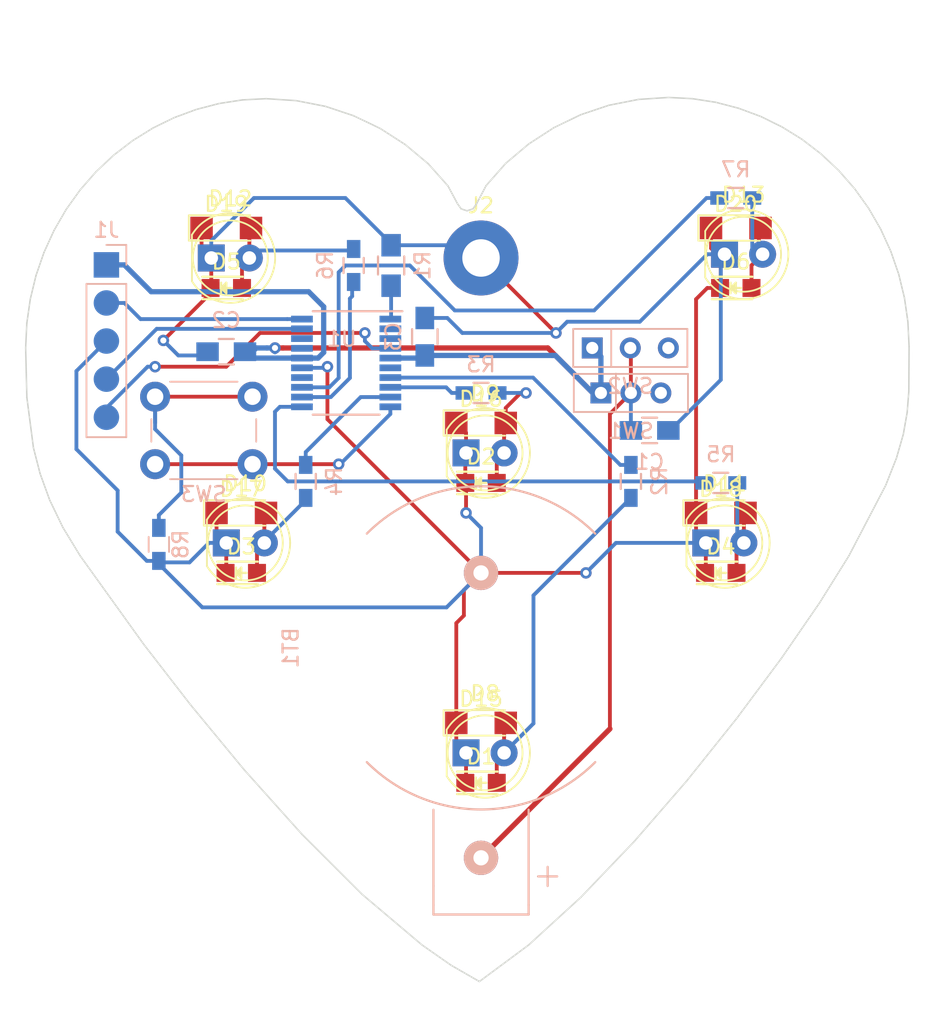
<source format=kicad_pcb>
(kicad_pcb (version 4) (host pcbnew 4.0.7-e2-6376~58~ubuntu16.04.1)

  (general
    (links 67)
    (no_connects 0)
    (area 99.561516 85.244019 158.615741 144.300151)
    (thickness 1.6)
    (drawings 89)
    (tracks 226)
    (zones 0)
    (modules 36)
    (nets 30)
  )

  (page A4)
  (layers
    (0 F.Cu signal)
    (31 B.Cu signal)
    (32 B.Adhes user)
    (33 F.Adhes user)
    (34 B.Paste user)
    (35 F.Paste user)
    (36 B.SilkS user)
    (37 F.SilkS user)
    (38 B.Mask user)
    (39 F.Mask user)
    (40 Dwgs.User user)
    (41 Cmts.User user)
    (42 Eco1.User user)
    (43 Eco2.User user)
    (44 Edge.Cuts user)
    (45 Margin user)
    (46 B.CrtYd user)
    (47 F.CrtYd user)
    (48 B.Fab user)
    (49 F.Fab user hide)
  )

  (setup
    (last_trace_width 0.254)
    (trace_clearance 0.2032)
    (zone_clearance 0.508)
    (zone_45_only no)
    (trace_min 0.1524)
    (segment_width 0.2)
    (edge_width 0.15)
    (via_size 0.762)
    (via_drill 0.4064)
    (via_min_size 0.6858)
    (via_min_drill 0.3302)
    (uvia_size 0.3048)
    (uvia_drill 0.1016)
    (uvias_allowed no)
    (uvia_min_size 0.2)
    (uvia_min_drill 0.1)
    (pcb_text_width 0.3)
    (pcb_text_size 1.5 1.5)
    (mod_edge_width 0.15)
    (mod_text_size 1 1)
    (mod_text_width 0.15)
    (pad_size 1.524 1.524)
    (pad_drill 0.762)
    (pad_to_mask_clearance 0.2)
    (aux_axis_origin 0 0)
    (visible_elements FFFFF77F)
    (pcbplotparams
      (layerselection 0x01030_80000001)
      (usegerberextensions true)
      (excludeedgelayer true)
      (linewidth 0.100000)
      (plotframeref false)
      (viasonmask false)
      (mode 1)
      (useauxorigin false)
      (hpglpennumber 1)
      (hpglpenspeed 20)
      (hpglpendiameter 15)
      (hpglpenoverlay 2)
      (psnegative false)
      (psa4output false)
      (plotreference true)
      (plotvalue true)
      (plotinvisibletext false)
      (padsonsilk false)
      (subtractmaskfromsilk false)
      (outputformat 1)
      (mirror false)
      (drillshape 0)
      (scaleselection 1)
      (outputdirectory gerbers/))
  )

  (net 0 "")
  (net 1 GND)
  (net 2 "Net-(D1-Pad2)")
  (net 3 NRST)
  (net 4 SWDIO)
  (net 5 SWCLK)
  (net 6 "Net-(R1-Pad1)")
  (net 7 "Net-(R2-Pad2)")
  (net 8 "Net-(R3-Pad2)")
  (net 9 "Net-(R4-Pad2)")
  (net 10 "Net-(R5-Pad2)")
  (net 11 "Net-(R6-Pad2)")
  (net 12 "Net-(R7-Pad2)")
  (net 13 "Net-(U1-Pad2)")
  (net 14 "Net-(U1-Pad3)")
  (net 15 "Net-(U1-Pad17)")
  (net 16 "Net-(U1-Pad6)")
  (net 17 "Net-(SW1-Pad3)")
  (net 18 "Net-(D16-Pad2)")
  (net 19 "Net-(D10-Pad2)")
  (net 20 "Net-(D11-Pad2)")
  (net 21 "Net-(D12-Pad2)")
  (net 22 "Net-(D13-Pad2)")
  (net 23 "Net-(U1-Pad14)")
  (net 24 /BATT+)
  (net 25 BATT_SW)
  (net 26 "Net-(R8-Pad2)")
  (net 27 "Net-(SW2-Pad3)")
  (net 28 "Net-(SW3-Pad1)")
  (net 29 "Net-(U1-Pad18)")

  (net_class Default "This is the default net class."
    (clearance 0.2032)
    (trace_width 0.254)
    (via_dia 0.762)
    (via_drill 0.4064)
    (uvia_dia 0.3048)
    (uvia_drill 0.1016)
    (add_net GND)
    (add_net NRST)
    (add_net "Net-(D1-Pad2)")
    (add_net "Net-(D10-Pad2)")
    (add_net "Net-(D11-Pad2)")
    (add_net "Net-(D12-Pad2)")
    (add_net "Net-(D13-Pad2)")
    (add_net "Net-(D16-Pad2)")
    (add_net "Net-(R1-Pad1)")
    (add_net "Net-(R2-Pad2)")
    (add_net "Net-(R3-Pad2)")
    (add_net "Net-(R4-Pad2)")
    (add_net "Net-(R5-Pad2)")
    (add_net "Net-(R6-Pad2)")
    (add_net "Net-(R7-Pad2)")
    (add_net "Net-(R8-Pad2)")
    (add_net "Net-(SW1-Pad3)")
    (add_net "Net-(SW2-Pad3)")
    (add_net "Net-(SW3-Pad1)")
    (add_net "Net-(U1-Pad14)")
    (add_net "Net-(U1-Pad17)")
    (add_net "Net-(U1-Pad18)")
    (add_net "Net-(U1-Pad2)")
    (add_net "Net-(U1-Pad3)")
    (add_net "Net-(U1-Pad6)")
    (add_net SWCLK)
    (add_net SWDIO)
  )

  (net_class Wide ""
    (clearance 0.22)
    (trace_width 0.35)
    (via_dia 0.762)
    (via_drill 0.4064)
    (uvia_dia 0.3048)
    (uvia_drill 0.1016)
    (add_net /BATT+)
    (add_net BATT_SW)
  )

  (module SWD_Header (layer B.Cu) (tedit 5AAEE882) (tstamp 5AAEDE97)
    (at 105 96.46 180)
    (descr "Through hole straight pin header, 1x05, 2.54mm pitch, single row")
    (tags "Through hole pin header THT 1x05 2.54mm single row")
    (path /5AAE9626)
    (fp_text reference J1 (at 0 2.33 180) (layer B.SilkS)
      (effects (font (size 1 1) (thickness 0.15)) (justify mirror))
    )
    (fp_text value Conn_01x05 (at 0 -12.49 180) (layer B.Fab)
      (effects (font (size 1 1) (thickness 0.15)) (justify mirror))
    )
    (fp_line (start -0.635 1.27) (end 1.27 1.27) (layer B.Fab) (width 0.1))
    (fp_line (start 1.27 1.27) (end 1.27 -11.43) (layer B.Fab) (width 0.1))
    (fp_line (start 1.27 -11.43) (end -1.27 -11.43) (layer B.Fab) (width 0.1))
    (fp_line (start -1.27 -11.43) (end -1.27 0.635) (layer B.Fab) (width 0.1))
    (fp_line (start -1.27 0.635) (end -0.635 1.27) (layer B.Fab) (width 0.1))
    (fp_line (start -1.33 -11.49) (end 1.33 -11.49) (layer B.SilkS) (width 0.12))
    (fp_line (start -1.33 -1.27) (end -1.33 -11.49) (layer B.SilkS) (width 0.12))
    (fp_line (start 1.33 -1.27) (end 1.33 -11.49) (layer B.SilkS) (width 0.12))
    (fp_line (start -1.33 -1.27) (end 1.33 -1.27) (layer B.SilkS) (width 0.12))
    (fp_line (start -1.33 0) (end -1.33 1.33) (layer B.SilkS) (width 0.12))
    (fp_line (start -1.33 1.33) (end 0 1.33) (layer B.SilkS) (width 0.12))
    (fp_line (start -1.8 1.8) (end -1.8 -11.95) (layer B.CrtYd) (width 0.05))
    (fp_line (start -1.8 -11.95) (end 1.8 -11.95) (layer B.CrtYd) (width 0.05))
    (fp_line (start 1.8 -11.95) (end 1.8 1.8) (layer B.CrtYd) (width 0.05))
    (fp_line (start 1.8 1.8) (end -1.8 1.8) (layer B.CrtYd) (width 0.05))
    (fp_text user %R (at 0 -5.08 450) (layer B.Fab)
      (effects (font (size 1 1) (thickness 0.15)) (justify mirror))
    )
    (pad 1 smd rect (at 0 0 180) (size 1.7 1.7) (layers B.Cu B.Paste B.Mask)
      (net 25 BATT_SW))
    (pad 2 smd oval (at 0 -2.54 180) (size 1.7 1.7) (layers B.Cu B.Paste B.Mask)
      (net 5 SWCLK))
    (pad 3 smd oval (at 0 -5.08 180) (size 1.7 1.7) (layers B.Cu B.Paste B.Mask)
      (net 1 GND))
    (pad 4 smd oval (at 0 -7.62 180) (size 1.7 1.7) (layers B.Cu B.Paste B.Mask)
      (net 4 SWDIO))
    (pad 5 smd oval (at 0 -10.16 180) (size 1.7 1.7) (layers B.Cu B.Paste B.Mask)
      (net 3 NRST))
  )

  (module Capacitors_SMD:C_0805_HandSoldering (layer B.Cu) (tedit 541A9B8D) (tstamp 5AA13ABF)
    (at 141.25 107.5)
    (descr "Capacitor SMD 0805, hand soldering")
    (tags "capacitor 0805")
    (path /5A9FF0C8)
    (attr smd)
    (fp_text reference C1 (at 0 2.1) (layer B.SilkS)
      (effects (font (size 1 1) (thickness 0.15)) (justify mirror))
    )
    (fp_text value 10UF (at 0 -2.1) (layer B.Fab)
      (effects (font (size 1 1) (thickness 0.15)) (justify mirror))
    )
    (fp_line (start -1 -0.625) (end -1 0.625) (layer B.Fab) (width 0.15))
    (fp_line (start 1 -0.625) (end -1 -0.625) (layer B.Fab) (width 0.15))
    (fp_line (start 1 0.625) (end 1 -0.625) (layer B.Fab) (width 0.15))
    (fp_line (start -1 0.625) (end 1 0.625) (layer B.Fab) (width 0.15))
    (fp_line (start -2.3 1) (end 2.3 1) (layer B.CrtYd) (width 0.05))
    (fp_line (start -2.3 -1) (end 2.3 -1) (layer B.CrtYd) (width 0.05))
    (fp_line (start -2.3 1) (end -2.3 -1) (layer B.CrtYd) (width 0.05))
    (fp_line (start 2.3 1) (end 2.3 -1) (layer B.CrtYd) (width 0.05))
    (fp_line (start 0.5 0.85) (end -0.5 0.85) (layer B.SilkS) (width 0.15))
    (fp_line (start -0.5 -0.85) (end 0.5 -0.85) (layer B.SilkS) (width 0.15))
    (pad 1 smd rect (at -1.25 0) (size 1.5 1.25) (layers B.Cu B.Paste B.Mask)
      (net 24 /BATT+))
    (pad 2 smd rect (at 1.25 0) (size 1.5 1.25) (layers B.Cu B.Paste B.Mask)
      (net 1 GND))
    (model Capacitors_SMD.3dshapes/C_0805_HandSoldering.wrl
      (at (xyz 0 0 0))
      (scale (xyz 1 1 1))
      (rotate (xyz 0 0 0))
    )
  )

  (module Capacitors_SMD:C_0805_HandSoldering (layer B.Cu) (tedit 541A9B8D) (tstamp 5AA13AC5)
    (at 113 102.25 180)
    (descr "Capacitor SMD 0805, hand soldering")
    (tags "capacitor 0805")
    (path /5A9FF0C4)
    (attr smd)
    (fp_text reference C2 (at 0 2.1 180) (layer B.SilkS)
      (effects (font (size 1 1) (thickness 0.15)) (justify mirror))
    )
    (fp_text value 0.1UF (at 0 -2.1 180) (layer B.Fab)
      (effects (font (size 1 1) (thickness 0.15)) (justify mirror))
    )
    (fp_line (start -1 -0.625) (end -1 0.625) (layer B.Fab) (width 0.15))
    (fp_line (start 1 -0.625) (end -1 -0.625) (layer B.Fab) (width 0.15))
    (fp_line (start 1 0.625) (end 1 -0.625) (layer B.Fab) (width 0.15))
    (fp_line (start -1 0.625) (end 1 0.625) (layer B.Fab) (width 0.15))
    (fp_line (start -2.3 1) (end 2.3 1) (layer B.CrtYd) (width 0.05))
    (fp_line (start -2.3 -1) (end 2.3 -1) (layer B.CrtYd) (width 0.05))
    (fp_line (start -2.3 1) (end -2.3 -1) (layer B.CrtYd) (width 0.05))
    (fp_line (start 2.3 1) (end 2.3 -1) (layer B.CrtYd) (width 0.05))
    (fp_line (start 0.5 0.85) (end -0.5 0.85) (layer B.SilkS) (width 0.15))
    (fp_line (start -0.5 -0.85) (end 0.5 -0.85) (layer B.SilkS) (width 0.15))
    (pad 1 smd rect (at -1.25 0 180) (size 1.5 1.25) (layers B.Cu B.Paste B.Mask)
      (net 25 BATT_SW))
    (pad 2 smd rect (at 1.25 0 180) (size 1.5 1.25) (layers B.Cu B.Paste B.Mask)
      (net 1 GND))
    (model Capacitors_SMD.3dshapes/C_0805_HandSoldering.wrl
      (at (xyz 0 0 0))
      (scale (xyz 1 1 1))
      (rotate (xyz 0 0 0))
    )
  )

  (module Capacitors_SMD:C_0805_HandSoldering (layer B.Cu) (tedit 541A9B8D) (tstamp 5AA13ACB)
    (at 126.25 101.25 270)
    (descr "Capacitor SMD 0805, hand soldering")
    (tags "capacitor 0805")
    (path /5A9FF0C5)
    (attr smd)
    (fp_text reference C3 (at 0 2.1 270) (layer B.SilkS)
      (effects (font (size 1 1) (thickness 0.15)) (justify mirror))
    )
    (fp_text value 0.1UF (at 0 -2.1 270) (layer B.Fab)
      (effects (font (size 1 1) (thickness 0.15)) (justify mirror))
    )
    (fp_line (start -1 -0.625) (end -1 0.625) (layer B.Fab) (width 0.15))
    (fp_line (start 1 -0.625) (end -1 -0.625) (layer B.Fab) (width 0.15))
    (fp_line (start 1 0.625) (end 1 -0.625) (layer B.Fab) (width 0.15))
    (fp_line (start -1 0.625) (end 1 0.625) (layer B.Fab) (width 0.15))
    (fp_line (start -2.3 1) (end 2.3 1) (layer B.CrtYd) (width 0.05))
    (fp_line (start -2.3 -1) (end 2.3 -1) (layer B.CrtYd) (width 0.05))
    (fp_line (start -2.3 1) (end -2.3 -1) (layer B.CrtYd) (width 0.05))
    (fp_line (start 2.3 1) (end 2.3 -1) (layer B.CrtYd) (width 0.05))
    (fp_line (start 0.5 0.85) (end -0.5 0.85) (layer B.SilkS) (width 0.15))
    (fp_line (start -0.5 -0.85) (end 0.5 -0.85) (layer B.SilkS) (width 0.15))
    (pad 1 smd rect (at -1.25 0 270) (size 1.5 1.25) (layers B.Cu B.Paste B.Mask)
      (net 1 GND))
    (pad 2 smd rect (at 1.25 0 270) (size 1.5 1.25) (layers B.Cu B.Paste B.Mask)
      (net 25 BATT_SW))
    (model Capacitors_SMD.3dshapes/C_0805_HandSoldering.wrl
      (at (xyz 0 0 0))
      (scale (xyz 1 1 1))
      (rotate (xyz 0 0 0))
    )
  )

  (module LEDs:LED_0805 (layer F.Cu) (tedit 55BDE1C2) (tstamp 5AA13AD1)
    (at 130 131)
    (descr "LED 0805 smd package")
    (tags "LED 0805 SMD")
    (path /5A9FF1D7)
    (attr smd)
    (fp_text reference D1 (at 0 -1.75) (layer F.SilkS)
      (effects (font (size 1 1) (thickness 0.15)))
    )
    (fp_text value LED (at 0 1.75) (layer F.Fab)
      (effects (font (size 1 1) (thickness 0.15)))
    )
    (fp_line (start -0.4 -0.3) (end -0.4 0.3) (layer F.Fab) (width 0.15))
    (fp_line (start -0.3 0) (end 0 -0.3) (layer F.Fab) (width 0.15))
    (fp_line (start 0 0.3) (end -0.3 0) (layer F.Fab) (width 0.15))
    (fp_line (start 0 -0.3) (end 0 0.3) (layer F.Fab) (width 0.15))
    (fp_line (start 1 -0.6) (end -1 -0.6) (layer F.Fab) (width 0.15))
    (fp_line (start 1 0.6) (end 1 -0.6) (layer F.Fab) (width 0.15))
    (fp_line (start -1 0.6) (end 1 0.6) (layer F.Fab) (width 0.15))
    (fp_line (start -1 -0.6) (end -1 0.6) (layer F.Fab) (width 0.15))
    (fp_line (start -1.6 0.75) (end 1.1 0.75) (layer F.SilkS) (width 0.15))
    (fp_line (start -1.6 -0.75) (end 1.1 -0.75) (layer F.SilkS) (width 0.15))
    (fp_line (start -0.1 0.15) (end -0.1 -0.1) (layer F.SilkS) (width 0.15))
    (fp_line (start -0.1 -0.1) (end -0.25 0.05) (layer F.SilkS) (width 0.15))
    (fp_line (start -0.35 -0.35) (end -0.35 0.35) (layer F.SilkS) (width 0.15))
    (fp_line (start 0 0) (end 0.35 0) (layer F.SilkS) (width 0.15))
    (fp_line (start -0.35 0) (end 0 -0.35) (layer F.SilkS) (width 0.15))
    (fp_line (start 0 -0.35) (end 0 0.35) (layer F.SilkS) (width 0.15))
    (fp_line (start 0 0.35) (end -0.35 0) (layer F.SilkS) (width 0.15))
    (fp_line (start 1.9 -0.95) (end 1.9 0.95) (layer F.CrtYd) (width 0.05))
    (fp_line (start 1.9 0.95) (end -1.9 0.95) (layer F.CrtYd) (width 0.05))
    (fp_line (start -1.9 0.95) (end -1.9 -0.95) (layer F.CrtYd) (width 0.05))
    (fp_line (start -1.9 -0.95) (end 1.9 -0.95) (layer F.CrtYd) (width 0.05))
    (pad 2 smd rect (at 1.04902 0 180) (size 1.19888 1.19888) (layers F.Cu F.Paste F.Mask)
      (net 2 "Net-(D1-Pad2)"))
    (pad 1 smd rect (at -1.04902 0 180) (size 1.19888 1.19888) (layers F.Cu F.Paste F.Mask)
      (net 1 GND))
    (model LEDs.3dshapes/LED_0805.wrl
      (at (xyz 0 0 0))
      (scale (xyz 1 1 1))
      (rotate (xyz 0 0 0))
    )
  )

  (module LEDs:LED_0805 (layer F.Cu) (tedit 55BDE1C2) (tstamp 5AA13AD7)
    (at 130 111)
    (descr "LED 0805 smd package")
    (tags "LED 0805 SMD")
    (path /5A9FF74C)
    (attr smd)
    (fp_text reference D2 (at 0 -1.75) (layer F.SilkS)
      (effects (font (size 1 1) (thickness 0.15)))
    )
    (fp_text value LED (at 0 1.75) (layer F.Fab)
      (effects (font (size 1 1) (thickness 0.15)))
    )
    (fp_line (start -0.4 -0.3) (end -0.4 0.3) (layer F.Fab) (width 0.15))
    (fp_line (start -0.3 0) (end 0 -0.3) (layer F.Fab) (width 0.15))
    (fp_line (start 0 0.3) (end -0.3 0) (layer F.Fab) (width 0.15))
    (fp_line (start 0 -0.3) (end 0 0.3) (layer F.Fab) (width 0.15))
    (fp_line (start 1 -0.6) (end -1 -0.6) (layer F.Fab) (width 0.15))
    (fp_line (start 1 0.6) (end 1 -0.6) (layer F.Fab) (width 0.15))
    (fp_line (start -1 0.6) (end 1 0.6) (layer F.Fab) (width 0.15))
    (fp_line (start -1 -0.6) (end -1 0.6) (layer F.Fab) (width 0.15))
    (fp_line (start -1.6 0.75) (end 1.1 0.75) (layer F.SilkS) (width 0.15))
    (fp_line (start -1.6 -0.75) (end 1.1 -0.75) (layer F.SilkS) (width 0.15))
    (fp_line (start -0.1 0.15) (end -0.1 -0.1) (layer F.SilkS) (width 0.15))
    (fp_line (start -0.1 -0.1) (end -0.25 0.05) (layer F.SilkS) (width 0.15))
    (fp_line (start -0.35 -0.35) (end -0.35 0.35) (layer F.SilkS) (width 0.15))
    (fp_line (start 0 0) (end 0.35 0) (layer F.SilkS) (width 0.15))
    (fp_line (start -0.35 0) (end 0 -0.35) (layer F.SilkS) (width 0.15))
    (fp_line (start 0 -0.35) (end 0 0.35) (layer F.SilkS) (width 0.15))
    (fp_line (start 0 0.35) (end -0.35 0) (layer F.SilkS) (width 0.15))
    (fp_line (start 1.9 -0.95) (end 1.9 0.95) (layer F.CrtYd) (width 0.05))
    (fp_line (start 1.9 0.95) (end -1.9 0.95) (layer F.CrtYd) (width 0.05))
    (fp_line (start -1.9 0.95) (end -1.9 -0.95) (layer F.CrtYd) (width 0.05))
    (fp_line (start -1.9 -0.95) (end 1.9 -0.95) (layer F.CrtYd) (width 0.05))
    (pad 2 smd rect (at 1.04902 0 180) (size 1.19888 1.19888) (layers F.Cu F.Paste F.Mask)
      (net 18 "Net-(D16-Pad2)"))
    (pad 1 smd rect (at -1.04902 0 180) (size 1.19888 1.19888) (layers F.Cu F.Paste F.Mask)
      (net 1 GND))
    (model LEDs.3dshapes/LED_0805.wrl
      (at (xyz 0 0 0))
      (scale (xyz 1 1 1))
      (rotate (xyz 0 0 0))
    )
  )

  (module LEDs:LED_0805 (layer F.Cu) (tedit 55BDE1C2) (tstamp 5AA13ADD)
    (at 114 117)
    (descr "LED 0805 smd package")
    (tags "LED 0805 SMD")
    (path /5A9FF7F4)
    (attr smd)
    (fp_text reference D3 (at 0 -1.75) (layer F.SilkS)
      (effects (font (size 1 1) (thickness 0.15)))
    )
    (fp_text value LED (at 0 1.75) (layer F.Fab)
      (effects (font (size 1 1) (thickness 0.15)))
    )
    (fp_line (start -0.4 -0.3) (end -0.4 0.3) (layer F.Fab) (width 0.15))
    (fp_line (start -0.3 0) (end 0 -0.3) (layer F.Fab) (width 0.15))
    (fp_line (start 0 0.3) (end -0.3 0) (layer F.Fab) (width 0.15))
    (fp_line (start 0 -0.3) (end 0 0.3) (layer F.Fab) (width 0.15))
    (fp_line (start 1 -0.6) (end -1 -0.6) (layer F.Fab) (width 0.15))
    (fp_line (start 1 0.6) (end 1 -0.6) (layer F.Fab) (width 0.15))
    (fp_line (start -1 0.6) (end 1 0.6) (layer F.Fab) (width 0.15))
    (fp_line (start -1 -0.6) (end -1 0.6) (layer F.Fab) (width 0.15))
    (fp_line (start -1.6 0.75) (end 1.1 0.75) (layer F.SilkS) (width 0.15))
    (fp_line (start -1.6 -0.75) (end 1.1 -0.75) (layer F.SilkS) (width 0.15))
    (fp_line (start -0.1 0.15) (end -0.1 -0.1) (layer F.SilkS) (width 0.15))
    (fp_line (start -0.1 -0.1) (end -0.25 0.05) (layer F.SilkS) (width 0.15))
    (fp_line (start -0.35 -0.35) (end -0.35 0.35) (layer F.SilkS) (width 0.15))
    (fp_line (start 0 0) (end 0.35 0) (layer F.SilkS) (width 0.15))
    (fp_line (start -0.35 0) (end 0 -0.35) (layer F.SilkS) (width 0.15))
    (fp_line (start 0 -0.35) (end 0 0.35) (layer F.SilkS) (width 0.15))
    (fp_line (start 0 0.35) (end -0.35 0) (layer F.SilkS) (width 0.15))
    (fp_line (start 1.9 -0.95) (end 1.9 0.95) (layer F.CrtYd) (width 0.05))
    (fp_line (start 1.9 0.95) (end -1.9 0.95) (layer F.CrtYd) (width 0.05))
    (fp_line (start -1.9 0.95) (end -1.9 -0.95) (layer F.CrtYd) (width 0.05))
    (fp_line (start -1.9 -0.95) (end 1.9 -0.95) (layer F.CrtYd) (width 0.05))
    (pad 2 smd rect (at 1.04902 0 180) (size 1.19888 1.19888) (layers F.Cu F.Paste F.Mask)
      (net 19 "Net-(D10-Pad2)"))
    (pad 1 smd rect (at -1.04902 0 180) (size 1.19888 1.19888) (layers F.Cu F.Paste F.Mask)
      (net 1 GND))
    (model LEDs.3dshapes/LED_0805.wrl
      (at (xyz 0 0 0))
      (scale (xyz 1 1 1))
      (rotate (xyz 0 0 0))
    )
  )

  (module LEDs:LED_0805 (layer F.Cu) (tedit 55BDE1C2) (tstamp 5AA13AE3)
    (at 146 117)
    (descr "LED 0805 smd package")
    (tags "LED 0805 SMD")
    (path /5A9FF806)
    (attr smd)
    (fp_text reference D4 (at 0 -1.75) (layer F.SilkS)
      (effects (font (size 1 1) (thickness 0.15)))
    )
    (fp_text value LED (at 0 1.75) (layer F.Fab)
      (effects (font (size 1 1) (thickness 0.15)))
    )
    (fp_line (start -0.4 -0.3) (end -0.4 0.3) (layer F.Fab) (width 0.15))
    (fp_line (start -0.3 0) (end 0 -0.3) (layer F.Fab) (width 0.15))
    (fp_line (start 0 0.3) (end -0.3 0) (layer F.Fab) (width 0.15))
    (fp_line (start 0 -0.3) (end 0 0.3) (layer F.Fab) (width 0.15))
    (fp_line (start 1 -0.6) (end -1 -0.6) (layer F.Fab) (width 0.15))
    (fp_line (start 1 0.6) (end 1 -0.6) (layer F.Fab) (width 0.15))
    (fp_line (start -1 0.6) (end 1 0.6) (layer F.Fab) (width 0.15))
    (fp_line (start -1 -0.6) (end -1 0.6) (layer F.Fab) (width 0.15))
    (fp_line (start -1.6 0.75) (end 1.1 0.75) (layer F.SilkS) (width 0.15))
    (fp_line (start -1.6 -0.75) (end 1.1 -0.75) (layer F.SilkS) (width 0.15))
    (fp_line (start -0.1 0.15) (end -0.1 -0.1) (layer F.SilkS) (width 0.15))
    (fp_line (start -0.1 -0.1) (end -0.25 0.05) (layer F.SilkS) (width 0.15))
    (fp_line (start -0.35 -0.35) (end -0.35 0.35) (layer F.SilkS) (width 0.15))
    (fp_line (start 0 0) (end 0.35 0) (layer F.SilkS) (width 0.15))
    (fp_line (start -0.35 0) (end 0 -0.35) (layer F.SilkS) (width 0.15))
    (fp_line (start 0 -0.35) (end 0 0.35) (layer F.SilkS) (width 0.15))
    (fp_line (start 0 0.35) (end -0.35 0) (layer F.SilkS) (width 0.15))
    (fp_line (start 1.9 -0.95) (end 1.9 0.95) (layer F.CrtYd) (width 0.05))
    (fp_line (start 1.9 0.95) (end -1.9 0.95) (layer F.CrtYd) (width 0.05))
    (fp_line (start -1.9 0.95) (end -1.9 -0.95) (layer F.CrtYd) (width 0.05))
    (fp_line (start -1.9 -0.95) (end 1.9 -0.95) (layer F.CrtYd) (width 0.05))
    (pad 2 smd rect (at 1.04902 0 180) (size 1.19888 1.19888) (layers F.Cu F.Paste F.Mask)
      (net 20 "Net-(D11-Pad2)"))
    (pad 1 smd rect (at -1.04902 0 180) (size 1.19888 1.19888) (layers F.Cu F.Paste F.Mask)
      (net 1 GND))
    (model LEDs.3dshapes/LED_0805.wrl
      (at (xyz 0 0 0))
      (scale (xyz 1 1 1))
      (rotate (xyz 0 0 0))
    )
  )

  (module LEDs:LED_0805 (layer F.Cu) (tedit 55BDE1C2) (tstamp 5AA13AE9)
    (at 113 98)
    (descr "LED 0805 smd package")
    (tags "LED 0805 SMD")
    (path /5A9FFBF9)
    (attr smd)
    (fp_text reference D5 (at 0 -1.75) (layer F.SilkS)
      (effects (font (size 1 1) (thickness 0.15)))
    )
    (fp_text value LED (at 0 1.75) (layer F.Fab)
      (effects (font (size 1 1) (thickness 0.15)))
    )
    (fp_line (start -0.4 -0.3) (end -0.4 0.3) (layer F.Fab) (width 0.15))
    (fp_line (start -0.3 0) (end 0 -0.3) (layer F.Fab) (width 0.15))
    (fp_line (start 0 0.3) (end -0.3 0) (layer F.Fab) (width 0.15))
    (fp_line (start 0 -0.3) (end 0 0.3) (layer F.Fab) (width 0.15))
    (fp_line (start 1 -0.6) (end -1 -0.6) (layer F.Fab) (width 0.15))
    (fp_line (start 1 0.6) (end 1 -0.6) (layer F.Fab) (width 0.15))
    (fp_line (start -1 0.6) (end 1 0.6) (layer F.Fab) (width 0.15))
    (fp_line (start -1 -0.6) (end -1 0.6) (layer F.Fab) (width 0.15))
    (fp_line (start -1.6 0.75) (end 1.1 0.75) (layer F.SilkS) (width 0.15))
    (fp_line (start -1.6 -0.75) (end 1.1 -0.75) (layer F.SilkS) (width 0.15))
    (fp_line (start -0.1 0.15) (end -0.1 -0.1) (layer F.SilkS) (width 0.15))
    (fp_line (start -0.1 -0.1) (end -0.25 0.05) (layer F.SilkS) (width 0.15))
    (fp_line (start -0.35 -0.35) (end -0.35 0.35) (layer F.SilkS) (width 0.15))
    (fp_line (start 0 0) (end 0.35 0) (layer F.SilkS) (width 0.15))
    (fp_line (start -0.35 0) (end 0 -0.35) (layer F.SilkS) (width 0.15))
    (fp_line (start 0 -0.35) (end 0 0.35) (layer F.SilkS) (width 0.15))
    (fp_line (start 0 0.35) (end -0.35 0) (layer F.SilkS) (width 0.15))
    (fp_line (start 1.9 -0.95) (end 1.9 0.95) (layer F.CrtYd) (width 0.05))
    (fp_line (start 1.9 0.95) (end -1.9 0.95) (layer F.CrtYd) (width 0.05))
    (fp_line (start -1.9 0.95) (end -1.9 -0.95) (layer F.CrtYd) (width 0.05))
    (fp_line (start -1.9 -0.95) (end 1.9 -0.95) (layer F.CrtYd) (width 0.05))
    (pad 2 smd rect (at 1.04902 0 180) (size 1.19888 1.19888) (layers F.Cu F.Paste F.Mask)
      (net 21 "Net-(D12-Pad2)"))
    (pad 1 smd rect (at -1.04902 0 180) (size 1.19888 1.19888) (layers F.Cu F.Paste F.Mask)
      (net 1 GND))
    (model LEDs.3dshapes/LED_0805.wrl
      (at (xyz 0 0 0))
      (scale (xyz 1 1 1))
      (rotate (xyz 0 0 0))
    )
  )

  (module LEDs:LED_0805 (layer F.Cu) (tedit 55BDE1C2) (tstamp 5AA13AEF)
    (at 147 98)
    (descr "LED 0805 smd package")
    (tags "LED 0805 SMD")
    (path /5A9FFC0B)
    (attr smd)
    (fp_text reference D6 (at 0 -1.75) (layer F.SilkS)
      (effects (font (size 1 1) (thickness 0.15)))
    )
    (fp_text value LED (at 0 1.75) (layer F.Fab)
      (effects (font (size 1 1) (thickness 0.15)))
    )
    (fp_line (start -0.4 -0.3) (end -0.4 0.3) (layer F.Fab) (width 0.15))
    (fp_line (start -0.3 0) (end 0 -0.3) (layer F.Fab) (width 0.15))
    (fp_line (start 0 0.3) (end -0.3 0) (layer F.Fab) (width 0.15))
    (fp_line (start 0 -0.3) (end 0 0.3) (layer F.Fab) (width 0.15))
    (fp_line (start 1 -0.6) (end -1 -0.6) (layer F.Fab) (width 0.15))
    (fp_line (start 1 0.6) (end 1 -0.6) (layer F.Fab) (width 0.15))
    (fp_line (start -1 0.6) (end 1 0.6) (layer F.Fab) (width 0.15))
    (fp_line (start -1 -0.6) (end -1 0.6) (layer F.Fab) (width 0.15))
    (fp_line (start -1.6 0.75) (end 1.1 0.75) (layer F.SilkS) (width 0.15))
    (fp_line (start -1.6 -0.75) (end 1.1 -0.75) (layer F.SilkS) (width 0.15))
    (fp_line (start -0.1 0.15) (end -0.1 -0.1) (layer F.SilkS) (width 0.15))
    (fp_line (start -0.1 -0.1) (end -0.25 0.05) (layer F.SilkS) (width 0.15))
    (fp_line (start -0.35 -0.35) (end -0.35 0.35) (layer F.SilkS) (width 0.15))
    (fp_line (start 0 0) (end 0.35 0) (layer F.SilkS) (width 0.15))
    (fp_line (start -0.35 0) (end 0 -0.35) (layer F.SilkS) (width 0.15))
    (fp_line (start 0 -0.35) (end 0 0.35) (layer F.SilkS) (width 0.15))
    (fp_line (start 0 0.35) (end -0.35 0) (layer F.SilkS) (width 0.15))
    (fp_line (start 1.9 -0.95) (end 1.9 0.95) (layer F.CrtYd) (width 0.05))
    (fp_line (start 1.9 0.95) (end -1.9 0.95) (layer F.CrtYd) (width 0.05))
    (fp_line (start -1.9 0.95) (end -1.9 -0.95) (layer F.CrtYd) (width 0.05))
    (fp_line (start -1.9 -0.95) (end 1.9 -0.95) (layer F.CrtYd) (width 0.05))
    (pad 2 smd rect (at 1.04902 0 180) (size 1.19888 1.19888) (layers F.Cu F.Paste F.Mask)
      (net 22 "Net-(D13-Pad2)"))
    (pad 1 smd rect (at -1.04902 0 180) (size 1.19888 1.19888) (layers F.Cu F.Paste F.Mask)
      (net 1 GND))
    (model LEDs.3dshapes/LED_0805.wrl
      (at (xyz 0 0 0))
      (scale (xyz 1 1 1))
      (rotate (xyz 0 0 0))
    )
  )

  (module Resistors_SMD:R_0805_HandSoldering (layer B.Cu) (tedit 58307B90) (tstamp 5AA13B0A)
    (at 124 96.5 90)
    (descr "Resistor SMD 0805, hand soldering")
    (tags "resistor 0805")
    (path /5A9FF0BB)
    (attr smd)
    (fp_text reference R1 (at 0 2.1 90) (layer B.SilkS)
      (effects (font (size 1 1) (thickness 0.15)) (justify mirror))
    )
    (fp_text value 10K (at 0 -2.1 90) (layer B.Fab)
      (effects (font (size 1 1) (thickness 0.15)) (justify mirror))
    )
    (fp_line (start -1 -0.625) (end -1 0.625) (layer B.Fab) (width 0.1))
    (fp_line (start 1 -0.625) (end -1 -0.625) (layer B.Fab) (width 0.1))
    (fp_line (start 1 0.625) (end 1 -0.625) (layer B.Fab) (width 0.1))
    (fp_line (start -1 0.625) (end 1 0.625) (layer B.Fab) (width 0.1))
    (fp_line (start -2.4 1) (end 2.4 1) (layer B.CrtYd) (width 0.05))
    (fp_line (start -2.4 -1) (end 2.4 -1) (layer B.CrtYd) (width 0.05))
    (fp_line (start -2.4 1) (end -2.4 -1) (layer B.CrtYd) (width 0.05))
    (fp_line (start 2.4 1) (end 2.4 -1) (layer B.CrtYd) (width 0.05))
    (fp_line (start 0.6 -0.875) (end -0.6 -0.875) (layer B.SilkS) (width 0.15))
    (fp_line (start -0.6 0.875) (end 0.6 0.875) (layer B.SilkS) (width 0.15))
    (pad 1 smd rect (at -1.35 0 90) (size 1.5 1.3) (layers B.Cu B.Paste B.Mask)
      (net 6 "Net-(R1-Pad1)"))
    (pad 2 smd rect (at 1.35 0 90) (size 1.5 1.3) (layers B.Cu B.Paste B.Mask)
      (net 1 GND))
    (model Resistors_SMD.3dshapes/R_0805_HandSoldering.wrl
      (at (xyz 0 0 0))
      (scale (xyz 1 1 1))
      (rotate (xyz 0 0 0))
    )
  )

  (module Resistors_SMD:R_0603_HandSoldering (layer B.Cu) (tedit 58307AEF) (tstamp 5AA13B10)
    (at 140 110.9 90)
    (descr "Resistor SMD 0603, hand soldering")
    (tags "resistor 0603")
    (path /5A9FF2CB)
    (attr smd)
    (fp_text reference R2 (at 0 1.9 90) (layer B.SilkS)
      (effects (font (size 1 1) (thickness 0.15)) (justify mirror))
    )
    (fp_text value 1k (at 0 -1.9 90) (layer B.Fab)
      (effects (font (size 1 1) (thickness 0.15)) (justify mirror))
    )
    (fp_line (start -0.8 -0.4) (end -0.8 0.4) (layer B.Fab) (width 0.1))
    (fp_line (start 0.8 -0.4) (end -0.8 -0.4) (layer B.Fab) (width 0.1))
    (fp_line (start 0.8 0.4) (end 0.8 -0.4) (layer B.Fab) (width 0.1))
    (fp_line (start -0.8 0.4) (end 0.8 0.4) (layer B.Fab) (width 0.1))
    (fp_line (start -2 0.8) (end 2 0.8) (layer B.CrtYd) (width 0.05))
    (fp_line (start -2 -0.8) (end 2 -0.8) (layer B.CrtYd) (width 0.05))
    (fp_line (start -2 0.8) (end -2 -0.8) (layer B.CrtYd) (width 0.05))
    (fp_line (start 2 0.8) (end 2 -0.8) (layer B.CrtYd) (width 0.05))
    (fp_line (start 0.5 -0.675) (end -0.5 -0.675) (layer B.SilkS) (width 0.15))
    (fp_line (start -0.5 0.675) (end 0.5 0.675) (layer B.SilkS) (width 0.15))
    (pad 1 smd rect (at -1.1 0 90) (size 1.2 0.9) (layers B.Cu B.Paste B.Mask)
      (net 2 "Net-(D1-Pad2)"))
    (pad 2 smd rect (at 1.1 0 90) (size 1.2 0.9) (layers B.Cu B.Paste B.Mask)
      (net 7 "Net-(R2-Pad2)"))
    (model Resistors_SMD.3dshapes/R_0603_HandSoldering.wrl
      (at (xyz 0 0 0))
      (scale (xyz 1 1 1))
      (rotate (xyz 0 0 0))
    )
  )

  (module Resistors_SMD:R_0603_HandSoldering (layer B.Cu) (tedit 58307AEF) (tstamp 5AA13B16)
    (at 130 105 180)
    (descr "Resistor SMD 0603, hand soldering")
    (tags "resistor 0603")
    (path /5A9FF758)
    (attr smd)
    (fp_text reference R3 (at 0 1.9 180) (layer B.SilkS)
      (effects (font (size 1 1) (thickness 0.15)) (justify mirror))
    )
    (fp_text value 1k (at 0 -1.9 180) (layer B.Fab)
      (effects (font (size 1 1) (thickness 0.15)) (justify mirror))
    )
    (fp_line (start -0.8 -0.4) (end -0.8 0.4) (layer B.Fab) (width 0.1))
    (fp_line (start 0.8 -0.4) (end -0.8 -0.4) (layer B.Fab) (width 0.1))
    (fp_line (start 0.8 0.4) (end 0.8 -0.4) (layer B.Fab) (width 0.1))
    (fp_line (start -0.8 0.4) (end 0.8 0.4) (layer B.Fab) (width 0.1))
    (fp_line (start -2 0.8) (end 2 0.8) (layer B.CrtYd) (width 0.05))
    (fp_line (start -2 -0.8) (end 2 -0.8) (layer B.CrtYd) (width 0.05))
    (fp_line (start -2 0.8) (end -2 -0.8) (layer B.CrtYd) (width 0.05))
    (fp_line (start 2 0.8) (end 2 -0.8) (layer B.CrtYd) (width 0.05))
    (fp_line (start 0.5 -0.675) (end -0.5 -0.675) (layer B.SilkS) (width 0.15))
    (fp_line (start -0.5 0.675) (end 0.5 0.675) (layer B.SilkS) (width 0.15))
    (pad 1 smd rect (at -1.1 0 180) (size 1.2 0.9) (layers B.Cu B.Paste B.Mask)
      (net 18 "Net-(D16-Pad2)"))
    (pad 2 smd rect (at 1.1 0 180) (size 1.2 0.9) (layers B.Cu B.Paste B.Mask)
      (net 8 "Net-(R3-Pad2)"))
    (model Resistors_SMD.3dshapes/R_0603_HandSoldering.wrl
      (at (xyz 0 0 0))
      (scale (xyz 1 1 1))
      (rotate (xyz 0 0 0))
    )
  )

  (module Resistors_SMD:R_0603_HandSoldering (layer B.Cu) (tedit 58307AEF) (tstamp 5AA13B1C)
    (at 118.3 110.9 90)
    (descr "Resistor SMD 0603, hand soldering")
    (tags "resistor 0603")
    (path /5A9FF800)
    (attr smd)
    (fp_text reference R4 (at 0 1.9 90) (layer B.SilkS)
      (effects (font (size 1 1) (thickness 0.15)) (justify mirror))
    )
    (fp_text value 1k (at 0 -1.9 90) (layer B.Fab)
      (effects (font (size 1 1) (thickness 0.15)) (justify mirror))
    )
    (fp_line (start -0.8 -0.4) (end -0.8 0.4) (layer B.Fab) (width 0.1))
    (fp_line (start 0.8 -0.4) (end -0.8 -0.4) (layer B.Fab) (width 0.1))
    (fp_line (start 0.8 0.4) (end 0.8 -0.4) (layer B.Fab) (width 0.1))
    (fp_line (start -0.8 0.4) (end 0.8 0.4) (layer B.Fab) (width 0.1))
    (fp_line (start -2 0.8) (end 2 0.8) (layer B.CrtYd) (width 0.05))
    (fp_line (start -2 -0.8) (end 2 -0.8) (layer B.CrtYd) (width 0.05))
    (fp_line (start -2 0.8) (end -2 -0.8) (layer B.CrtYd) (width 0.05))
    (fp_line (start 2 0.8) (end 2 -0.8) (layer B.CrtYd) (width 0.05))
    (fp_line (start 0.5 -0.675) (end -0.5 -0.675) (layer B.SilkS) (width 0.15))
    (fp_line (start -0.5 0.675) (end 0.5 0.675) (layer B.SilkS) (width 0.15))
    (pad 1 smd rect (at -1.1 0 90) (size 1.2 0.9) (layers B.Cu B.Paste B.Mask)
      (net 19 "Net-(D10-Pad2)"))
    (pad 2 smd rect (at 1.1 0 90) (size 1.2 0.9) (layers B.Cu B.Paste B.Mask)
      (net 9 "Net-(R4-Pad2)"))
    (model Resistors_SMD.3dshapes/R_0603_HandSoldering.wrl
      (at (xyz 0 0 0))
      (scale (xyz 1 1 1))
      (rotate (xyz 0 0 0))
    )
  )

  (module Resistors_SMD:R_0603_HandSoldering (layer B.Cu) (tedit 58307AEF) (tstamp 5AA13B22)
    (at 146 111 180)
    (descr "Resistor SMD 0603, hand soldering")
    (tags "resistor 0603")
    (path /5A9FF812)
    (attr smd)
    (fp_text reference R5 (at 0 1.9 180) (layer B.SilkS)
      (effects (font (size 1 1) (thickness 0.15)) (justify mirror))
    )
    (fp_text value 1k (at 0 -1.9 180) (layer B.Fab)
      (effects (font (size 1 1) (thickness 0.15)) (justify mirror))
    )
    (fp_line (start -0.8 -0.4) (end -0.8 0.4) (layer B.Fab) (width 0.1))
    (fp_line (start 0.8 -0.4) (end -0.8 -0.4) (layer B.Fab) (width 0.1))
    (fp_line (start 0.8 0.4) (end 0.8 -0.4) (layer B.Fab) (width 0.1))
    (fp_line (start -0.8 0.4) (end 0.8 0.4) (layer B.Fab) (width 0.1))
    (fp_line (start -2 0.8) (end 2 0.8) (layer B.CrtYd) (width 0.05))
    (fp_line (start -2 -0.8) (end 2 -0.8) (layer B.CrtYd) (width 0.05))
    (fp_line (start -2 0.8) (end -2 -0.8) (layer B.CrtYd) (width 0.05))
    (fp_line (start 2 0.8) (end 2 -0.8) (layer B.CrtYd) (width 0.05))
    (fp_line (start 0.5 -0.675) (end -0.5 -0.675) (layer B.SilkS) (width 0.15))
    (fp_line (start -0.5 0.675) (end 0.5 0.675) (layer B.SilkS) (width 0.15))
    (pad 1 smd rect (at -1.1 0 180) (size 1.2 0.9) (layers B.Cu B.Paste B.Mask)
      (net 20 "Net-(D11-Pad2)"))
    (pad 2 smd rect (at 1.1 0 180) (size 1.2 0.9) (layers B.Cu B.Paste B.Mask)
      (net 10 "Net-(R5-Pad2)"))
    (model Resistors_SMD.3dshapes/R_0603_HandSoldering.wrl
      (at (xyz 0 0 0))
      (scale (xyz 1 1 1))
      (rotate (xyz 0 0 0))
    )
  )

  (module Resistors_SMD:R_0603_HandSoldering (layer B.Cu) (tedit 58307AEF) (tstamp 5AA13B28)
    (at 121.5 96.5 270)
    (descr "Resistor SMD 0603, hand soldering")
    (tags "resistor 0603")
    (path /5A9FFC05)
    (attr smd)
    (fp_text reference R6 (at 0 1.9 270) (layer B.SilkS)
      (effects (font (size 1 1) (thickness 0.15)) (justify mirror))
    )
    (fp_text value 1k (at 0 -1.9 270) (layer B.Fab)
      (effects (font (size 1 1) (thickness 0.15)) (justify mirror))
    )
    (fp_line (start -0.8 -0.4) (end -0.8 0.4) (layer B.Fab) (width 0.1))
    (fp_line (start 0.8 -0.4) (end -0.8 -0.4) (layer B.Fab) (width 0.1))
    (fp_line (start 0.8 0.4) (end 0.8 -0.4) (layer B.Fab) (width 0.1))
    (fp_line (start -0.8 0.4) (end 0.8 0.4) (layer B.Fab) (width 0.1))
    (fp_line (start -2 0.8) (end 2 0.8) (layer B.CrtYd) (width 0.05))
    (fp_line (start -2 -0.8) (end 2 -0.8) (layer B.CrtYd) (width 0.05))
    (fp_line (start -2 0.8) (end -2 -0.8) (layer B.CrtYd) (width 0.05))
    (fp_line (start 2 0.8) (end 2 -0.8) (layer B.CrtYd) (width 0.05))
    (fp_line (start 0.5 -0.675) (end -0.5 -0.675) (layer B.SilkS) (width 0.15))
    (fp_line (start -0.5 0.675) (end 0.5 0.675) (layer B.SilkS) (width 0.15))
    (pad 1 smd rect (at -1.1 0 270) (size 1.2 0.9) (layers B.Cu B.Paste B.Mask)
      (net 21 "Net-(D12-Pad2)"))
    (pad 2 smd rect (at 1.1 0 270) (size 1.2 0.9) (layers B.Cu B.Paste B.Mask)
      (net 11 "Net-(R6-Pad2)"))
    (model Resistors_SMD.3dshapes/R_0603_HandSoldering.wrl
      (at (xyz 0 0 0))
      (scale (xyz 1 1 1))
      (rotate (xyz 0 0 0))
    )
  )

  (module Resistors_SMD:R_0603_HandSoldering (layer B.Cu) (tedit 58307AEF) (tstamp 5AA13B2E)
    (at 147 92 180)
    (descr "Resistor SMD 0603, hand soldering")
    (tags "resistor 0603")
    (path /5A9FFC17)
    (attr smd)
    (fp_text reference R7 (at 0 1.9 180) (layer B.SilkS)
      (effects (font (size 1 1) (thickness 0.15)) (justify mirror))
    )
    (fp_text value 1k (at 0 -1.9 180) (layer B.Fab)
      (effects (font (size 1 1) (thickness 0.15)) (justify mirror))
    )
    (fp_line (start -0.8 -0.4) (end -0.8 0.4) (layer B.Fab) (width 0.1))
    (fp_line (start 0.8 -0.4) (end -0.8 -0.4) (layer B.Fab) (width 0.1))
    (fp_line (start 0.8 0.4) (end 0.8 -0.4) (layer B.Fab) (width 0.1))
    (fp_line (start -0.8 0.4) (end 0.8 0.4) (layer B.Fab) (width 0.1))
    (fp_line (start -2 0.8) (end 2 0.8) (layer B.CrtYd) (width 0.05))
    (fp_line (start -2 -0.8) (end 2 -0.8) (layer B.CrtYd) (width 0.05))
    (fp_line (start -2 0.8) (end -2 -0.8) (layer B.CrtYd) (width 0.05))
    (fp_line (start 2 0.8) (end 2 -0.8) (layer B.CrtYd) (width 0.05))
    (fp_line (start 0.5 -0.675) (end -0.5 -0.675) (layer B.SilkS) (width 0.15))
    (fp_line (start -0.5 0.675) (end 0.5 0.675) (layer B.SilkS) (width 0.15))
    (pad 1 smd rect (at -1.1 0 180) (size 1.2 0.9) (layers B.Cu B.Paste B.Mask)
      (net 22 "Net-(D13-Pad2)"))
    (pad 2 smd rect (at 1.1 0 180) (size 1.2 0.9) (layers B.Cu B.Paste B.Mask)
      (net 12 "Net-(R7-Pad2)"))
    (model Resistors_SMD.3dshapes/R_0603_HandSoldering.wrl
      (at (xyz 0 0 0))
      (scale (xyz 1 1 1))
      (rotate (xyz 0 0 0))
    )
  )

  (module Housings_SSOP:TSSOP-20_4.4x6.5mm_Pitch0.65mm (layer B.Cu) (tedit 54130A77) (tstamp 5AA13B52)
    (at 121 103 180)
    (descr "20-Lead Plastic Thin Shrink Small Outline (ST)-4.4 mm Body [TSSOP] (see Microchip Packaging Specification 00000049BS.pdf)")
    (tags "SSOP 0.65")
    (path /5A9FF0B9)
    (solder_mask_margin 0.07)
    (clearance 0.07)
    (attr smd)
    (fp_text reference U1 (at 0.3 1.6 180) (layer B.SilkS)
      (effects (font (size 1 1) (thickness 0.15)) (justify mirror))
    )
    (fp_text value STM32L031F4Px (at 0 -4.3 180) (layer B.Fab)
      (effects (font (size 1 1) (thickness 0.15)) (justify mirror))
    )
    (fp_line (start -1.2 3.25) (end 2.2 3.25) (layer B.Fab) (width 0.15))
    (fp_line (start 2.2 3.25) (end 2.2 -3.25) (layer B.Fab) (width 0.15))
    (fp_line (start 2.2 -3.25) (end -2.2 -3.25) (layer B.Fab) (width 0.15))
    (fp_line (start -2.2 -3.25) (end -2.2 2.25) (layer B.Fab) (width 0.15))
    (fp_line (start -2.2 2.25) (end -1.2 3.25) (layer B.Fab) (width 0.15))
    (fp_line (start -3.95 3.55) (end -3.95 -3.55) (layer B.CrtYd) (width 0.05))
    (fp_line (start 3.95 3.55) (end 3.95 -3.55) (layer B.CrtYd) (width 0.05))
    (fp_line (start -3.95 3.55) (end 3.95 3.55) (layer B.CrtYd) (width 0.05))
    (fp_line (start -3.95 -3.55) (end 3.95 -3.55) (layer B.CrtYd) (width 0.05))
    (fp_line (start -2.225 -3.45) (end 2.225 -3.45) (layer B.SilkS) (width 0.15))
    (fp_line (start -3.75 3.45) (end 2.225 3.45) (layer B.SilkS) (width 0.15))
    (pad 1 smd rect (at -2.95 2.925 180) (size 1.45 0.45) (layers B.Cu B.Paste B.Mask)
      (net 6 "Net-(R1-Pad1)"))
    (pad 2 smd rect (at -2.95 2.275 180) (size 1.45 0.45) (layers B.Cu B.Paste B.Mask)
      (net 13 "Net-(U1-Pad2)"))
    (pad 3 smd rect (at -2.95 1.625 180) (size 1.45 0.45) (layers B.Cu B.Paste B.Mask)
      (net 14 "Net-(U1-Pad3)"))
    (pad 4 smd rect (at -2.95 0.975 180) (size 1.45 0.45) (layers B.Cu B.Paste B.Mask)
      (net 3 NRST))
    (pad 5 smd rect (at -2.95 0.325 180) (size 1.45 0.45) (layers B.Cu B.Paste B.Mask)
      (net 25 BATT_SW))
    (pad 6 smd rect (at -2.95 -0.325 180) (size 1.45 0.45) (layers B.Cu B.Paste B.Mask)
      (net 16 "Net-(U1-Pad6)"))
    (pad 7 smd rect (at -2.95 -0.975 180) (size 1.45 0.45) (layers B.Cu B.Paste B.Mask)
      (net 7 "Net-(R2-Pad2)"))
    (pad 8 smd rect (at -2.95 -1.625 180) (size 1.45 0.45) (layers B.Cu B.Paste B.Mask)
      (net 8 "Net-(R3-Pad2)"))
    (pad 9 smd rect (at -2.95 -2.275 180) (size 1.45 0.45) (layers B.Cu B.Paste B.Mask)
      (net 9 "Net-(R4-Pad2)"))
    (pad 10 smd rect (at -2.95 -2.925 180) (size 1.45 0.45) (layers B.Cu B.Paste B.Mask)
      (net 28 "Net-(SW3-Pad1)"))
    (pad 11 smd rect (at 2.95 -2.925 180) (size 1.45 0.45) (layers B.Cu B.Paste B.Mask)
      (net 10 "Net-(R5-Pad2)"))
    (pad 12 smd rect (at 2.95 -2.275 180) (size 1.45 0.45) (layers B.Cu B.Paste B.Mask)
      (net 11 "Net-(R6-Pad2)"))
    (pad 13 smd rect (at 2.95 -1.625 180) (size 1.45 0.45) (layers B.Cu B.Paste B.Mask)
      (net 12 "Net-(R7-Pad2)"))
    (pad 14 smd rect (at 2.95 -0.975 180) (size 1.45 0.45) (layers B.Cu B.Paste B.Mask)
      (net 23 "Net-(U1-Pad14)"))
    (pad 15 smd rect (at 2.95 -0.325 180) (size 1.45 0.45) (layers B.Cu B.Paste B.Mask)
      (net 1 GND))
    (pad 16 smd rect (at 2.95 0.325 180) (size 1.45 0.45) (layers B.Cu B.Paste B.Mask)
      (net 25 BATT_SW))
    (pad 17 smd rect (at 2.95 0.975 180) (size 1.45 0.45) (layers B.Cu B.Paste B.Mask)
      (net 15 "Net-(U1-Pad17)"))
    (pad 18 smd rect (at 2.95 1.625 180) (size 1.45 0.45) (layers B.Cu B.Paste B.Mask)
      (net 29 "Net-(U1-Pad18)"))
    (pad 19 smd rect (at 2.95 2.275 180) (size 1.45 0.45) (layers B.Cu B.Paste B.Mask)
      (net 4 SWDIO))
    (pad 20 smd rect (at 2.95 2.925 180) (size 1.45 0.45) (layers B.Cu B.Paste B.Mask)
      (net 5 SWCLK))
    (model Housings_SSOP.3dshapes/TSSOP-20_4.4x6.5mm_Pitch0.65mm.wrl
      (at (xyz 0 0 0))
      (scale (xyz 1 1 1))
      (rotate (xyz 0 0 0))
    )
  )

  (module theapi:CR2032H (layer B.Cu) (tedit 56FBC1F8) (tstamp 5AA4034C)
    (at 130 122 270)
    (path /5A9FF0C1)
    (fp_text reference BT1 (at 0 12.7 270) (layer B.SilkS)
      (effects (font (size 1 1) (thickness 0.15)) (justify mirror))
    )
    (fp_text value Battery_Cell (at 0 -12.7 270) (layer B.Fab)
      (effects (font (size 1 1) (thickness 0.15)) (justify mirror))
    )
    (fp_arc (start 0 0) (end 7.62 7.62) (angle -90) (layer B.SilkS) (width 0.15))
    (fp_arc (start 0 0) (end -7.62 -7.62) (angle -90) (layer B.SilkS) (width 0.15))
    (fp_line (start 15.24 -3.81) (end 15.24 -5.08) (layer B.SilkS) (width 0.15))
    (fp_line (start 14.605 -4.445) (end 15.875 -4.445) (layer B.SilkS) (width 0.15))
    (fp_line (start 17.145 3.175) (end 17.78 3.175) (layer B.SilkS) (width 0.15))
    (fp_line (start 17.78 3.175) (end 17.78 -3.175) (layer B.SilkS) (width 0.15))
    (fp_line (start 17.78 -3.175) (end 17.145 -3.175) (layer B.SilkS) (width 0.15))
    (fp_line (start 15.875 3.175) (end 17.145 3.175) (layer B.SilkS) (width 0.15))
    (fp_line (start 17.145 -3.175) (end 10.795 -3.175) (layer B.SilkS) (width 0.15))
    (fp_line (start 10.795 3.175) (end 15.875 3.175) (layer B.SilkS) (width 0.15))
    (pad 2 thru_hole circle (at -5 0 270) (size 2.286 2.286) (drill 1.016) (layers *.Cu *.Mask B.SilkS)
      (net 1 GND))
    (pad 1 thru_hole circle (at 14 0 270) (size 2.286 2.286) (drill 1.016) (layers *.Cu *.Mask B.SilkS)
      (net 24 /BATT+))
  )

  (module LEDs:LED_D5.0mm (layer F.Cu) (tedit 5995936A) (tstamp 5AAE8D7A)
    (at 129 129)
    (descr "LED, diameter 5.0mm, 2 pins, http://cdn-reichelt.de/documents/datenblatt/A500/LL-504BC2E-009.pdf")
    (tags "LED diameter 5.0mm 2 pins")
    (path /5AAEB242)
    (fp_text reference D8 (at 1.27 -3.96) (layer F.SilkS)
      (effects (font (size 1 1) (thickness 0.15)))
    )
    (fp_text value LED (at 1.27 3.96) (layer F.Fab)
      (effects (font (size 1 1) (thickness 0.15)))
    )
    (fp_arc (start 1.27 0) (end -1.23 -1.469694) (angle 299.1) (layer F.Fab) (width 0.1))
    (fp_arc (start 1.27 0) (end -1.29 -1.54483) (angle 148.9) (layer F.SilkS) (width 0.12))
    (fp_arc (start 1.27 0) (end -1.29 1.54483) (angle -148.9) (layer F.SilkS) (width 0.12))
    (fp_circle (center 1.27 0) (end 3.77 0) (layer F.Fab) (width 0.1))
    (fp_circle (center 1.27 0) (end 3.77 0) (layer F.SilkS) (width 0.12))
    (fp_line (start -1.23 -1.469694) (end -1.23 1.469694) (layer F.Fab) (width 0.1))
    (fp_line (start -1.29 -1.545) (end -1.29 1.545) (layer F.SilkS) (width 0.12))
    (fp_line (start -1.95 -3.25) (end -1.95 3.25) (layer F.CrtYd) (width 0.05))
    (fp_line (start -1.95 3.25) (end 4.5 3.25) (layer F.CrtYd) (width 0.05))
    (fp_line (start 4.5 3.25) (end 4.5 -3.25) (layer F.CrtYd) (width 0.05))
    (fp_line (start 4.5 -3.25) (end -1.95 -3.25) (layer F.CrtYd) (width 0.05))
    (fp_text user %R (at 1.25 0) (layer F.Fab)
      (effects (font (size 0.8 0.8) (thickness 0.2)))
    )
    (pad 1 thru_hole rect (at 0 0) (size 1.8 1.8) (drill 0.9) (layers *.Cu *.Mask)
      (net 1 GND))
    (pad 2 thru_hole circle (at 2.54 0) (size 1.8 1.8) (drill 0.9) (layers *.Cu *.Mask)
      (net 2 "Net-(D1-Pad2)"))
    (model ${KISYS3DMOD}/LEDs.3dshapes/LED_D5.0mm.wrl
      (at (xyz 0 0 0))
      (scale (xyz 0.393701 0.393701 0.393701))
      (rotate (xyz 0 0 0))
    )
  )

  (module LEDs:LED_D5.0mm (layer F.Cu) (tedit 5995936A) (tstamp 5AAE8D8C)
    (at 129 109)
    (descr "LED, diameter 5.0mm, 2 pins, http://cdn-reichelt.de/documents/datenblatt/A500/LL-504BC2E-009.pdf")
    (tags "LED diameter 5.0mm 2 pins")
    (path /5AAEB248)
    (fp_text reference D9 (at 1.27 -3.96) (layer F.SilkS)
      (effects (font (size 1 1) (thickness 0.15)))
    )
    (fp_text value LED (at 1.27 3.96) (layer F.Fab)
      (effects (font (size 1 1) (thickness 0.15)))
    )
    (fp_arc (start 1.27 0) (end -1.23 -1.469694) (angle 299.1) (layer F.Fab) (width 0.1))
    (fp_arc (start 1.27 0) (end -1.29 -1.54483) (angle 148.9) (layer F.SilkS) (width 0.12))
    (fp_arc (start 1.27 0) (end -1.29 1.54483) (angle -148.9) (layer F.SilkS) (width 0.12))
    (fp_circle (center 1.27 0) (end 3.77 0) (layer F.Fab) (width 0.1))
    (fp_circle (center 1.27 0) (end 3.77 0) (layer F.SilkS) (width 0.12))
    (fp_line (start -1.23 -1.469694) (end -1.23 1.469694) (layer F.Fab) (width 0.1))
    (fp_line (start -1.29 -1.545) (end -1.29 1.545) (layer F.SilkS) (width 0.12))
    (fp_line (start -1.95 -3.25) (end -1.95 3.25) (layer F.CrtYd) (width 0.05))
    (fp_line (start -1.95 3.25) (end 4.5 3.25) (layer F.CrtYd) (width 0.05))
    (fp_line (start 4.5 3.25) (end 4.5 -3.25) (layer F.CrtYd) (width 0.05))
    (fp_line (start 4.5 -3.25) (end -1.95 -3.25) (layer F.CrtYd) (width 0.05))
    (fp_text user %R (at 1.25 0) (layer F.Fab)
      (effects (font (size 0.8 0.8) (thickness 0.2)))
    )
    (pad 1 thru_hole rect (at 0 0) (size 1.8 1.8) (drill 0.9) (layers *.Cu *.Mask)
      (net 1 GND))
    (pad 2 thru_hole circle (at 2.54 0) (size 1.8 1.8) (drill 0.9) (layers *.Cu *.Mask)
      (net 18 "Net-(D16-Pad2)"))
    (model ${KISYS3DMOD}/LEDs.3dshapes/LED_D5.0mm.wrl
      (at (xyz 0 0 0))
      (scale (xyz 0.393701 0.393701 0.393701))
      (rotate (xyz 0 0 0))
    )
  )

  (module LEDs:LED_D5.0mm (layer F.Cu) (tedit 5995936A) (tstamp 5AAE8D9E)
    (at 113 115)
    (descr "LED, diameter 5.0mm, 2 pins, http://cdn-reichelt.de/documents/datenblatt/A500/LL-504BC2E-009.pdf")
    (tags "LED diameter 5.0mm 2 pins")
    (path /5AAEB24E)
    (fp_text reference D10 (at 1.27 -3.96) (layer F.SilkS)
      (effects (font (size 1 1) (thickness 0.15)))
    )
    (fp_text value LED (at 1.27 3.96) (layer F.Fab)
      (effects (font (size 1 1) (thickness 0.15)))
    )
    (fp_arc (start 1.27 0) (end -1.23 -1.469694) (angle 299.1) (layer F.Fab) (width 0.1))
    (fp_arc (start 1.27 0) (end -1.29 -1.54483) (angle 148.9) (layer F.SilkS) (width 0.12))
    (fp_arc (start 1.27 0) (end -1.29 1.54483) (angle -148.9) (layer F.SilkS) (width 0.12))
    (fp_circle (center 1.27 0) (end 3.77 0) (layer F.Fab) (width 0.1))
    (fp_circle (center 1.27 0) (end 3.77 0) (layer F.SilkS) (width 0.12))
    (fp_line (start -1.23 -1.469694) (end -1.23 1.469694) (layer F.Fab) (width 0.1))
    (fp_line (start -1.29 -1.545) (end -1.29 1.545) (layer F.SilkS) (width 0.12))
    (fp_line (start -1.95 -3.25) (end -1.95 3.25) (layer F.CrtYd) (width 0.05))
    (fp_line (start -1.95 3.25) (end 4.5 3.25) (layer F.CrtYd) (width 0.05))
    (fp_line (start 4.5 3.25) (end 4.5 -3.25) (layer F.CrtYd) (width 0.05))
    (fp_line (start 4.5 -3.25) (end -1.95 -3.25) (layer F.CrtYd) (width 0.05))
    (fp_text user %R (at 1.25 0) (layer F.Fab)
      (effects (font (size 0.8 0.8) (thickness 0.2)))
    )
    (pad 1 thru_hole rect (at 0 0) (size 1.8 1.8) (drill 0.9) (layers *.Cu *.Mask)
      (net 1 GND))
    (pad 2 thru_hole circle (at 2.54 0) (size 1.8 1.8) (drill 0.9) (layers *.Cu *.Mask)
      (net 19 "Net-(D10-Pad2)"))
    (model ${KISYS3DMOD}/LEDs.3dshapes/LED_D5.0mm.wrl
      (at (xyz 0 0 0))
      (scale (xyz 0.393701 0.393701 0.393701))
      (rotate (xyz 0 0 0))
    )
  )

  (module LEDs:LED_D5.0mm (layer F.Cu) (tedit 5995936A) (tstamp 5AAE8DB0)
    (at 145 115)
    (descr "LED, diameter 5.0mm, 2 pins, http://cdn-reichelt.de/documents/datenblatt/A500/LL-504BC2E-009.pdf")
    (tags "LED diameter 5.0mm 2 pins")
    (path /5AAEB254)
    (fp_text reference D11 (at 1.27 -3.96) (layer F.SilkS)
      (effects (font (size 1 1) (thickness 0.15)))
    )
    (fp_text value LED (at 1.27 3.96) (layer F.Fab)
      (effects (font (size 1 1) (thickness 0.15)))
    )
    (fp_arc (start 1.27 0) (end -1.23 -1.469694) (angle 299.1) (layer F.Fab) (width 0.1))
    (fp_arc (start 1.27 0) (end -1.29 -1.54483) (angle 148.9) (layer F.SilkS) (width 0.12))
    (fp_arc (start 1.27 0) (end -1.29 1.54483) (angle -148.9) (layer F.SilkS) (width 0.12))
    (fp_circle (center 1.27 0) (end 3.77 0) (layer F.Fab) (width 0.1))
    (fp_circle (center 1.27 0) (end 3.77 0) (layer F.SilkS) (width 0.12))
    (fp_line (start -1.23 -1.469694) (end -1.23 1.469694) (layer F.Fab) (width 0.1))
    (fp_line (start -1.29 -1.545) (end -1.29 1.545) (layer F.SilkS) (width 0.12))
    (fp_line (start -1.95 -3.25) (end -1.95 3.25) (layer F.CrtYd) (width 0.05))
    (fp_line (start -1.95 3.25) (end 4.5 3.25) (layer F.CrtYd) (width 0.05))
    (fp_line (start 4.5 3.25) (end 4.5 -3.25) (layer F.CrtYd) (width 0.05))
    (fp_line (start 4.5 -3.25) (end -1.95 -3.25) (layer F.CrtYd) (width 0.05))
    (fp_text user %R (at 1.25 0) (layer F.Fab)
      (effects (font (size 0.8 0.8) (thickness 0.2)))
    )
    (pad 1 thru_hole rect (at 0 0) (size 1.8 1.8) (drill 0.9) (layers *.Cu *.Mask)
      (net 1 GND))
    (pad 2 thru_hole circle (at 2.54 0) (size 1.8 1.8) (drill 0.9) (layers *.Cu *.Mask)
      (net 20 "Net-(D11-Pad2)"))
    (model ${KISYS3DMOD}/LEDs.3dshapes/LED_D5.0mm.wrl
      (at (xyz 0 0 0))
      (scale (xyz 0.393701 0.393701 0.393701))
      (rotate (xyz 0 0 0))
    )
  )

  (module LEDs:LED_D5.0mm (layer F.Cu) (tedit 5995936A) (tstamp 5AAE8DC2)
    (at 112 96)
    (descr "LED, diameter 5.0mm, 2 pins, http://cdn-reichelt.de/documents/datenblatt/A500/LL-504BC2E-009.pdf")
    (tags "LED diameter 5.0mm 2 pins")
    (path /5AAEB25A)
    (fp_text reference D12 (at 1.27 -3.96) (layer F.SilkS)
      (effects (font (size 1 1) (thickness 0.15)))
    )
    (fp_text value LED (at 1.27 3.96) (layer F.Fab)
      (effects (font (size 1 1) (thickness 0.15)))
    )
    (fp_arc (start 1.27 0) (end -1.23 -1.469694) (angle 299.1) (layer F.Fab) (width 0.1))
    (fp_arc (start 1.27 0) (end -1.29 -1.54483) (angle 148.9) (layer F.SilkS) (width 0.12))
    (fp_arc (start 1.27 0) (end -1.29 1.54483) (angle -148.9) (layer F.SilkS) (width 0.12))
    (fp_circle (center 1.27 0) (end 3.77 0) (layer F.Fab) (width 0.1))
    (fp_circle (center 1.27 0) (end 3.77 0) (layer F.SilkS) (width 0.12))
    (fp_line (start -1.23 -1.469694) (end -1.23 1.469694) (layer F.Fab) (width 0.1))
    (fp_line (start -1.29 -1.545) (end -1.29 1.545) (layer F.SilkS) (width 0.12))
    (fp_line (start -1.95 -3.25) (end -1.95 3.25) (layer F.CrtYd) (width 0.05))
    (fp_line (start -1.95 3.25) (end 4.5 3.25) (layer F.CrtYd) (width 0.05))
    (fp_line (start 4.5 3.25) (end 4.5 -3.25) (layer F.CrtYd) (width 0.05))
    (fp_line (start 4.5 -3.25) (end -1.95 -3.25) (layer F.CrtYd) (width 0.05))
    (fp_text user %R (at 1.25 0) (layer F.Fab)
      (effects (font (size 0.8 0.8) (thickness 0.2)))
    )
    (pad 1 thru_hole rect (at 0 0) (size 1.8 1.8) (drill 0.9) (layers *.Cu *.Mask)
      (net 1 GND))
    (pad 2 thru_hole circle (at 2.54 0) (size 1.8 1.8) (drill 0.9) (layers *.Cu *.Mask)
      (net 21 "Net-(D12-Pad2)"))
    (model ${KISYS3DMOD}/LEDs.3dshapes/LED_D5.0mm.wrl
      (at (xyz 0 0 0))
      (scale (xyz 0.393701 0.393701 0.393701))
      (rotate (xyz 0 0 0))
    )
  )

  (module LEDs:LED_D5.0mm (layer F.Cu) (tedit 5995936A) (tstamp 5AAE8DD4)
    (at 146.25 95.75)
    (descr "LED, diameter 5.0mm, 2 pins, http://cdn-reichelt.de/documents/datenblatt/A500/LL-504BC2E-009.pdf")
    (tags "LED diameter 5.0mm 2 pins")
    (path /5AAEB260)
    (fp_text reference D13 (at 1.27 -3.96) (layer F.SilkS)
      (effects (font (size 1 1) (thickness 0.15)))
    )
    (fp_text value LED (at 1.27 3.96) (layer F.Fab)
      (effects (font (size 1 1) (thickness 0.15)))
    )
    (fp_arc (start 1.27 0) (end -1.23 -1.469694) (angle 299.1) (layer F.Fab) (width 0.1))
    (fp_arc (start 1.27 0) (end -1.29 -1.54483) (angle 148.9) (layer F.SilkS) (width 0.12))
    (fp_arc (start 1.27 0) (end -1.29 1.54483) (angle -148.9) (layer F.SilkS) (width 0.12))
    (fp_circle (center 1.27 0) (end 3.77 0) (layer F.Fab) (width 0.1))
    (fp_circle (center 1.27 0) (end 3.77 0) (layer F.SilkS) (width 0.12))
    (fp_line (start -1.23 -1.469694) (end -1.23 1.469694) (layer F.Fab) (width 0.1))
    (fp_line (start -1.29 -1.545) (end -1.29 1.545) (layer F.SilkS) (width 0.12))
    (fp_line (start -1.95 -3.25) (end -1.95 3.25) (layer F.CrtYd) (width 0.05))
    (fp_line (start -1.95 3.25) (end 4.5 3.25) (layer F.CrtYd) (width 0.05))
    (fp_line (start 4.5 3.25) (end 4.5 -3.25) (layer F.CrtYd) (width 0.05))
    (fp_line (start 4.5 -3.25) (end -1.95 -3.25) (layer F.CrtYd) (width 0.05))
    (fp_text user %R (at 1.25 0) (layer F.Fab)
      (effects (font (size 0.8 0.8) (thickness 0.2)))
    )
    (pad 1 thru_hole rect (at 0 0) (size 1.8 1.8) (drill 0.9) (layers *.Cu *.Mask)
      (net 1 GND))
    (pad 2 thru_hole circle (at 2.54 0) (size 1.8 1.8) (drill 0.9) (layers *.Cu *.Mask)
      (net 22 "Net-(D13-Pad2)"))
    (model ${KISYS3DMOD}/LEDs.3dshapes/LED_D5.0mm.wrl
      (at (xyz 0 0 0))
      (scale (xyz 0.393701 0.393701 0.393701))
      (rotate (xyz 0 0 0))
    )
  )

  (module LEDs:LED_1206 (layer F.Cu) (tedit 57FE943C) (tstamp 5AAE8DFB)
    (at 130 127)
    (descr "LED 1206 smd package")
    (tags "LED led 1206 SMD smd SMT smt smdled SMDLED smtled SMTLED")
    (path /5AAEB486)
    (attr smd)
    (fp_text reference D15 (at 0 -1.6) (layer F.SilkS)
      (effects (font (size 1 1) (thickness 0.15)))
    )
    (fp_text value LED (at 0 1.7) (layer F.Fab)
      (effects (font (size 1 1) (thickness 0.15)))
    )
    (fp_line (start -2.5 -0.85) (end -2.5 0.85) (layer F.SilkS) (width 0.12))
    (fp_line (start -0.45 -0.4) (end -0.45 0.4) (layer F.Fab) (width 0.1))
    (fp_line (start -0.4 0) (end 0.2 -0.4) (layer F.Fab) (width 0.1))
    (fp_line (start 0.2 0.4) (end -0.4 0) (layer F.Fab) (width 0.1))
    (fp_line (start 0.2 -0.4) (end 0.2 0.4) (layer F.Fab) (width 0.1))
    (fp_line (start 1.6 0.8) (end -1.6 0.8) (layer F.Fab) (width 0.1))
    (fp_line (start 1.6 -0.8) (end 1.6 0.8) (layer F.Fab) (width 0.1))
    (fp_line (start -1.6 -0.8) (end 1.6 -0.8) (layer F.Fab) (width 0.1))
    (fp_line (start -1.6 0.8) (end -1.6 -0.8) (layer F.Fab) (width 0.1))
    (fp_line (start -2.45 0.85) (end 1.6 0.85) (layer F.SilkS) (width 0.12))
    (fp_line (start -2.45 -0.85) (end 1.6 -0.85) (layer F.SilkS) (width 0.12))
    (fp_line (start 2.65 -1) (end 2.65 1) (layer F.CrtYd) (width 0.05))
    (fp_line (start 2.65 1) (end -2.65 1) (layer F.CrtYd) (width 0.05))
    (fp_line (start -2.65 1) (end -2.65 -1) (layer F.CrtYd) (width 0.05))
    (fp_line (start -2.65 -1) (end 2.65 -1) (layer F.CrtYd) (width 0.05))
    (pad 2 smd rect (at 1.65 0 180) (size 1.5 1.5) (layers F.Cu F.Paste F.Mask)
      (net 2 "Net-(D1-Pad2)"))
    (pad 1 smd rect (at -1.65 0 180) (size 1.5 1.5) (layers F.Cu F.Paste F.Mask)
      (net 1 GND))
    (model ${KISYS3DMOD}/LEDs.3dshapes/LED_1206.wrl
      (at (xyz 0 0 0))
      (scale (xyz 1 1 1))
      (rotate (xyz 0 0 180))
    )
  )

  (module LEDs:LED_1206 (layer F.Cu) (tedit 57FE943C) (tstamp 5AAE8E10)
    (at 130 107)
    (descr "LED 1206 smd package")
    (tags "LED led 1206 SMD smd SMT smt smdled SMDLED smtled SMTLED")
    (path /5AAEB48C)
    (attr smd)
    (fp_text reference D16 (at 0 -1.6) (layer F.SilkS)
      (effects (font (size 1 1) (thickness 0.15)))
    )
    (fp_text value LED (at 0 1.7) (layer F.Fab)
      (effects (font (size 1 1) (thickness 0.15)))
    )
    (fp_line (start -2.5 -0.85) (end -2.5 0.85) (layer F.SilkS) (width 0.12))
    (fp_line (start -0.45 -0.4) (end -0.45 0.4) (layer F.Fab) (width 0.1))
    (fp_line (start -0.4 0) (end 0.2 -0.4) (layer F.Fab) (width 0.1))
    (fp_line (start 0.2 0.4) (end -0.4 0) (layer F.Fab) (width 0.1))
    (fp_line (start 0.2 -0.4) (end 0.2 0.4) (layer F.Fab) (width 0.1))
    (fp_line (start 1.6 0.8) (end -1.6 0.8) (layer F.Fab) (width 0.1))
    (fp_line (start 1.6 -0.8) (end 1.6 0.8) (layer F.Fab) (width 0.1))
    (fp_line (start -1.6 -0.8) (end 1.6 -0.8) (layer F.Fab) (width 0.1))
    (fp_line (start -1.6 0.8) (end -1.6 -0.8) (layer F.Fab) (width 0.1))
    (fp_line (start -2.45 0.85) (end 1.6 0.85) (layer F.SilkS) (width 0.12))
    (fp_line (start -2.45 -0.85) (end 1.6 -0.85) (layer F.SilkS) (width 0.12))
    (fp_line (start 2.65 -1) (end 2.65 1) (layer F.CrtYd) (width 0.05))
    (fp_line (start 2.65 1) (end -2.65 1) (layer F.CrtYd) (width 0.05))
    (fp_line (start -2.65 1) (end -2.65 -1) (layer F.CrtYd) (width 0.05))
    (fp_line (start -2.65 -1) (end 2.65 -1) (layer F.CrtYd) (width 0.05))
    (pad 2 smd rect (at 1.65 0 180) (size 1.5 1.5) (layers F.Cu F.Paste F.Mask)
      (net 18 "Net-(D16-Pad2)"))
    (pad 1 smd rect (at -1.65 0 180) (size 1.5 1.5) (layers F.Cu F.Paste F.Mask)
      (net 1 GND))
    (model ${KISYS3DMOD}/LEDs.3dshapes/LED_1206.wrl
      (at (xyz 0 0 0))
      (scale (xyz 1 1 1))
      (rotate (xyz 0 0 180))
    )
  )

  (module LEDs:LED_1206 (layer F.Cu) (tedit 57FE943C) (tstamp 5AAE8E25)
    (at 114 113)
    (descr "LED 1206 smd package")
    (tags "LED led 1206 SMD smd SMT smt smdled SMDLED smtled SMTLED")
    (path /5AAEB492)
    (attr smd)
    (fp_text reference D17 (at 0 -1.6) (layer F.SilkS)
      (effects (font (size 1 1) (thickness 0.15)))
    )
    (fp_text value LED (at 0 1.7) (layer F.Fab)
      (effects (font (size 1 1) (thickness 0.15)))
    )
    (fp_line (start -2.5 -0.85) (end -2.5 0.85) (layer F.SilkS) (width 0.12))
    (fp_line (start -0.45 -0.4) (end -0.45 0.4) (layer F.Fab) (width 0.1))
    (fp_line (start -0.4 0) (end 0.2 -0.4) (layer F.Fab) (width 0.1))
    (fp_line (start 0.2 0.4) (end -0.4 0) (layer F.Fab) (width 0.1))
    (fp_line (start 0.2 -0.4) (end 0.2 0.4) (layer F.Fab) (width 0.1))
    (fp_line (start 1.6 0.8) (end -1.6 0.8) (layer F.Fab) (width 0.1))
    (fp_line (start 1.6 -0.8) (end 1.6 0.8) (layer F.Fab) (width 0.1))
    (fp_line (start -1.6 -0.8) (end 1.6 -0.8) (layer F.Fab) (width 0.1))
    (fp_line (start -1.6 0.8) (end -1.6 -0.8) (layer F.Fab) (width 0.1))
    (fp_line (start -2.45 0.85) (end 1.6 0.85) (layer F.SilkS) (width 0.12))
    (fp_line (start -2.45 -0.85) (end 1.6 -0.85) (layer F.SilkS) (width 0.12))
    (fp_line (start 2.65 -1) (end 2.65 1) (layer F.CrtYd) (width 0.05))
    (fp_line (start 2.65 1) (end -2.65 1) (layer F.CrtYd) (width 0.05))
    (fp_line (start -2.65 1) (end -2.65 -1) (layer F.CrtYd) (width 0.05))
    (fp_line (start -2.65 -1) (end 2.65 -1) (layer F.CrtYd) (width 0.05))
    (pad 2 smd rect (at 1.65 0 180) (size 1.5 1.5) (layers F.Cu F.Paste F.Mask)
      (net 19 "Net-(D10-Pad2)"))
    (pad 1 smd rect (at -1.65 0 180) (size 1.5 1.5) (layers F.Cu F.Paste F.Mask)
      (net 1 GND))
    (model ${KISYS3DMOD}/LEDs.3dshapes/LED_1206.wrl
      (at (xyz 0 0 0))
      (scale (xyz 1 1 1))
      (rotate (xyz 0 0 180))
    )
  )

  (module LEDs:LED_1206 (layer F.Cu) (tedit 57FE943C) (tstamp 5AAE8E3A)
    (at 146 113)
    (descr "LED 1206 smd package")
    (tags "LED led 1206 SMD smd SMT smt smdled SMDLED smtled SMTLED")
    (path /5AAEB498)
    (attr smd)
    (fp_text reference D18 (at 0 -1.6) (layer F.SilkS)
      (effects (font (size 1 1) (thickness 0.15)))
    )
    (fp_text value LED (at 0 1.7) (layer F.Fab)
      (effects (font (size 1 1) (thickness 0.15)))
    )
    (fp_line (start -2.5 -0.85) (end -2.5 0.85) (layer F.SilkS) (width 0.12))
    (fp_line (start -0.45 -0.4) (end -0.45 0.4) (layer F.Fab) (width 0.1))
    (fp_line (start -0.4 0) (end 0.2 -0.4) (layer F.Fab) (width 0.1))
    (fp_line (start 0.2 0.4) (end -0.4 0) (layer F.Fab) (width 0.1))
    (fp_line (start 0.2 -0.4) (end 0.2 0.4) (layer F.Fab) (width 0.1))
    (fp_line (start 1.6 0.8) (end -1.6 0.8) (layer F.Fab) (width 0.1))
    (fp_line (start 1.6 -0.8) (end 1.6 0.8) (layer F.Fab) (width 0.1))
    (fp_line (start -1.6 -0.8) (end 1.6 -0.8) (layer F.Fab) (width 0.1))
    (fp_line (start -1.6 0.8) (end -1.6 -0.8) (layer F.Fab) (width 0.1))
    (fp_line (start -2.45 0.85) (end 1.6 0.85) (layer F.SilkS) (width 0.12))
    (fp_line (start -2.45 -0.85) (end 1.6 -0.85) (layer F.SilkS) (width 0.12))
    (fp_line (start 2.65 -1) (end 2.65 1) (layer F.CrtYd) (width 0.05))
    (fp_line (start 2.65 1) (end -2.65 1) (layer F.CrtYd) (width 0.05))
    (fp_line (start -2.65 1) (end -2.65 -1) (layer F.CrtYd) (width 0.05))
    (fp_line (start -2.65 -1) (end 2.65 -1) (layer F.CrtYd) (width 0.05))
    (pad 2 smd rect (at 1.65 0 180) (size 1.5 1.5) (layers F.Cu F.Paste F.Mask)
      (net 20 "Net-(D11-Pad2)"))
    (pad 1 smd rect (at -1.65 0 180) (size 1.5 1.5) (layers F.Cu F.Paste F.Mask)
      (net 1 GND))
    (model ${KISYS3DMOD}/LEDs.3dshapes/LED_1206.wrl
      (at (xyz 0 0 0))
      (scale (xyz 1 1 1))
      (rotate (xyz 0 0 180))
    )
  )

  (module LEDs:LED_1206 (layer F.Cu) (tedit 57FE943C) (tstamp 5AAE8E4F)
    (at 113 94)
    (descr "LED 1206 smd package")
    (tags "LED led 1206 SMD smd SMT smt smdled SMDLED smtled SMTLED")
    (path /5AAEB49E)
    (attr smd)
    (fp_text reference D19 (at 0 -1.6) (layer F.SilkS)
      (effects (font (size 1 1) (thickness 0.15)))
    )
    (fp_text value LED (at 0 1.7) (layer F.Fab)
      (effects (font (size 1 1) (thickness 0.15)))
    )
    (fp_line (start -2.5 -0.85) (end -2.5 0.85) (layer F.SilkS) (width 0.12))
    (fp_line (start -0.45 -0.4) (end -0.45 0.4) (layer F.Fab) (width 0.1))
    (fp_line (start -0.4 0) (end 0.2 -0.4) (layer F.Fab) (width 0.1))
    (fp_line (start 0.2 0.4) (end -0.4 0) (layer F.Fab) (width 0.1))
    (fp_line (start 0.2 -0.4) (end 0.2 0.4) (layer F.Fab) (width 0.1))
    (fp_line (start 1.6 0.8) (end -1.6 0.8) (layer F.Fab) (width 0.1))
    (fp_line (start 1.6 -0.8) (end 1.6 0.8) (layer F.Fab) (width 0.1))
    (fp_line (start -1.6 -0.8) (end 1.6 -0.8) (layer F.Fab) (width 0.1))
    (fp_line (start -1.6 0.8) (end -1.6 -0.8) (layer F.Fab) (width 0.1))
    (fp_line (start -2.45 0.85) (end 1.6 0.85) (layer F.SilkS) (width 0.12))
    (fp_line (start -2.45 -0.85) (end 1.6 -0.85) (layer F.SilkS) (width 0.12))
    (fp_line (start 2.65 -1) (end 2.65 1) (layer F.CrtYd) (width 0.05))
    (fp_line (start 2.65 1) (end -2.65 1) (layer F.CrtYd) (width 0.05))
    (fp_line (start -2.65 1) (end -2.65 -1) (layer F.CrtYd) (width 0.05))
    (fp_line (start -2.65 -1) (end 2.65 -1) (layer F.CrtYd) (width 0.05))
    (pad 2 smd rect (at 1.65 0 180) (size 1.5 1.5) (layers F.Cu F.Paste F.Mask)
      (net 21 "Net-(D12-Pad2)"))
    (pad 1 smd rect (at -1.65 0 180) (size 1.5 1.5) (layers F.Cu F.Paste F.Mask)
      (net 1 GND))
    (model ${KISYS3DMOD}/LEDs.3dshapes/LED_1206.wrl
      (at (xyz 0 0 0))
      (scale (xyz 1 1 1))
      (rotate (xyz 0 0 180))
    )
  )

  (module LEDs:LED_1206 (layer F.Cu) (tedit 57FE943C) (tstamp 5AAE8E64)
    (at 147 94)
    (descr "LED 1206 smd package")
    (tags "LED led 1206 SMD smd SMT smt smdled SMDLED smtled SMTLED")
    (path /5AAEB4A4)
    (attr smd)
    (fp_text reference D20 (at 0 -1.6) (layer F.SilkS)
      (effects (font (size 1 1) (thickness 0.15)))
    )
    (fp_text value LED (at 0 1.7) (layer F.Fab)
      (effects (font (size 1 1) (thickness 0.15)))
    )
    (fp_line (start -2.5 -0.85) (end -2.5 0.85) (layer F.SilkS) (width 0.12))
    (fp_line (start -0.45 -0.4) (end -0.45 0.4) (layer F.Fab) (width 0.1))
    (fp_line (start -0.4 0) (end 0.2 -0.4) (layer F.Fab) (width 0.1))
    (fp_line (start 0.2 0.4) (end -0.4 0) (layer F.Fab) (width 0.1))
    (fp_line (start 0.2 -0.4) (end 0.2 0.4) (layer F.Fab) (width 0.1))
    (fp_line (start 1.6 0.8) (end -1.6 0.8) (layer F.Fab) (width 0.1))
    (fp_line (start 1.6 -0.8) (end 1.6 0.8) (layer F.Fab) (width 0.1))
    (fp_line (start -1.6 -0.8) (end 1.6 -0.8) (layer F.Fab) (width 0.1))
    (fp_line (start -1.6 0.8) (end -1.6 -0.8) (layer F.Fab) (width 0.1))
    (fp_line (start -2.45 0.85) (end 1.6 0.85) (layer F.SilkS) (width 0.12))
    (fp_line (start -2.45 -0.85) (end 1.6 -0.85) (layer F.SilkS) (width 0.12))
    (fp_line (start 2.65 -1) (end 2.65 1) (layer F.CrtYd) (width 0.05))
    (fp_line (start 2.65 1) (end -2.65 1) (layer F.CrtYd) (width 0.05))
    (fp_line (start -2.65 1) (end -2.65 -1) (layer F.CrtYd) (width 0.05))
    (fp_line (start -2.65 -1) (end 2.65 -1) (layer F.CrtYd) (width 0.05))
    (pad 2 smd rect (at 1.65 0 180) (size 1.5 1.5) (layers F.Cu F.Paste F.Mask)
      (net 22 "Net-(D13-Pad2)"))
    (pad 1 smd rect (at -1.65 0 180) (size 1.5 1.5) (layers F.Cu F.Paste F.Mask)
      (net 1 GND))
    (model ${KISYS3DMOD}/LEDs.3dshapes/LED_1206.wrl
      (at (xyz 0 0 0))
      (scale (xyz 1 1 1))
      (rotate (xyz 0 0 180))
    )
  )

  (module Mounting_Holes:MountingHole_2.5mm_Pad (layer F.Cu) (tedit 56D1B4CB) (tstamp 5AAEDD02)
    (at 130 96)
    (descr "Mounting Hole 2.5mm")
    (tags "mounting hole 2.5mm")
    (path /5AAE8193)
    (attr virtual)
    (fp_text reference J2 (at 0 -3.5) (layer F.SilkS)
      (effects (font (size 1 1) (thickness 0.15)))
    )
    (fp_text value Conn_01x01 (at 0 3.5) (layer F.Fab)
      (effects (font (size 1 1) (thickness 0.15)))
    )
    (fp_text user %R (at 0.3 0) (layer F.Fab)
      (effects (font (size 1 1) (thickness 0.15)))
    )
    (fp_circle (center 0 0) (end 2.5 0) (layer Cmts.User) (width 0.15))
    (fp_circle (center 0 0) (end 2.75 0) (layer F.CrtYd) (width 0.05))
    (pad 1 thru_hole circle (at 0 0) (size 5 5) (drill 2.5) (layers *.Cu *.Mask)
      (net 1 GND))
  )

  (module Resistors_SMD:R_0603_HandSoldering (layer B.Cu) (tedit 58E0A804) (tstamp 5AAEE176)
    (at 108.5 115.1 90)
    (descr "Resistor SMD 0603, hand soldering")
    (tags "resistor 0603")
    (path /5AAEE015)
    (attr smd)
    (fp_text reference R8 (at 0 1.45 90) (layer B.SilkS)
      (effects (font (size 1 1) (thickness 0.15)) (justify mirror))
    )
    (fp_text value 1k (at 0 -1.55 90) (layer B.Fab)
      (effects (font (size 1 1) (thickness 0.15)) (justify mirror))
    )
    (fp_text user %R (at 0.1 0 90) (layer B.Fab)
      (effects (font (size 0.4 0.4) (thickness 0.075)) (justify mirror))
    )
    (fp_line (start -0.8 -0.4) (end -0.8 0.4) (layer B.Fab) (width 0.1))
    (fp_line (start 0.8 -0.4) (end -0.8 -0.4) (layer B.Fab) (width 0.1))
    (fp_line (start 0.8 0.4) (end 0.8 -0.4) (layer B.Fab) (width 0.1))
    (fp_line (start -0.8 0.4) (end 0.8 0.4) (layer B.Fab) (width 0.1))
    (fp_line (start 0.5 -0.68) (end -0.5 -0.68) (layer B.SilkS) (width 0.12))
    (fp_line (start -0.5 0.68) (end 0.5 0.68) (layer B.SilkS) (width 0.12))
    (fp_line (start -1.96 0.7) (end 1.95 0.7) (layer B.CrtYd) (width 0.05))
    (fp_line (start -1.96 0.7) (end -1.96 -0.7) (layer B.CrtYd) (width 0.05))
    (fp_line (start 1.95 -0.7) (end 1.95 0.7) (layer B.CrtYd) (width 0.05))
    (fp_line (start 1.95 -0.7) (end -1.96 -0.7) (layer B.CrtYd) (width 0.05))
    (pad 1 smd rect (at -1.1 0 90) (size 1.2 0.9) (layers B.Cu B.Paste B.Mask)
      (net 1 GND))
    (pad 2 smd rect (at 1.1 0 90) (size 1.2 0.9) (layers B.Cu B.Paste B.Mask)
      (net 26 "Net-(R8-Pad2)"))
    (model ${KISYS3DMOD}/Resistors_SMD.3dshapes/R_0603.wrl
      (at (xyz 0 0 0))
      (scale (xyz 1 1 1))
      (rotate (xyz 0 0 0))
    )
  )

  (module theapi:SW_Micro_SPST (layer B.Cu) (tedit 5AA40418) (tstamp 5AAEE177)
    (at 140 105)
    (tags "Switch Micro SPST")
    (path /5AAEE9A7)
    (fp_text reference SW1 (at 0 2.54) (layer B.SilkS)
      (effects (font (size 1 1) (thickness 0.15)) (justify mirror))
    )
    (fp_text value SW_SPDT (at 0.025 -2.45) (layer B.Fab)
      (effects (font (size 1 1) (thickness 0.15)) (justify mirror))
    )
    (fp_line (start -3.81 -1.27) (end -3.81 1.27) (layer B.SilkS) (width 0.12))
    (fp_line (start -3.81 1.27) (end 3.81 1.27) (layer B.SilkS) (width 0.12))
    (fp_line (start 3.81 1.27) (end 3.81 -1.27) (layer B.SilkS) (width 0.12))
    (fp_line (start 3.81 -1.27) (end -3.81 -1.27) (layer B.SilkS) (width 0.12))
    (fp_line (start -1 1.25) (end -1 -1.29) (layer B.SilkS) (width 0.12))
    (pad 1 thru_hole rect (at -2 0) (size 1.397 1.397) (drill 0.8128) (layers *.Cu *.Mask)
      (net 25 BATT_SW))
    (pad 2 thru_hole circle (at 0 0) (size 1.397 1.397) (drill 0.8128) (layers *.Cu *.Mask)
      (net 24 /BATT+))
    (pad 3 thru_hole circle (at 2 0) (size 1.397 1.397) (drill 0.8128) (layers *.Cu *.Mask)
      (net 17 "Net-(SW1-Pad3)"))
    (model Buttons_Switches_THT.3dshapes/SW_Micro_SPST.wrl
      (at (xyz 0 0 0))
      (scale (xyz 0.33 0.33 0.33))
      (rotate (xyz 0 0 0))
    )
  )

  (module Buttons_Switches_THT:SW_Micro_SPST (layer B.Cu) (tedit 54BFC180) (tstamp 5AAEE183)
    (at 139.96 102)
    (tags "Switch Micro SPST")
    (path /5AAEEB45)
    (fp_text reference SW2 (at 0 2.54) (layer B.SilkS)
      (effects (font (size 1 1) (thickness 0.15)) (justify mirror))
    )
    (fp_text value SW_SPDT (at 0.025 -2.45) (layer B.Fab)
      (effects (font (size 1 1) (thickness 0.15)) (justify mirror))
    )
    (fp_line (start -3.81 -1.27) (end -3.81 1.27) (layer B.SilkS) (width 0.12))
    (fp_line (start -3.81 1.27) (end 3.81 1.27) (layer B.SilkS) (width 0.12))
    (fp_line (start 3.81 1.27) (end 3.81 -1.27) (layer B.SilkS) (width 0.12))
    (fp_line (start 3.81 -1.27) (end -3.81 -1.27) (layer B.SilkS) (width 0.12))
    (fp_line (start -1.27 1.27) (end -1.27 -1.27) (layer B.SilkS) (width 0.12))
    (pad 1 thru_hole rect (at -2.54 0) (size 1.397 1.397) (drill 0.8128) (layers *.Cu *.Mask)
      (net 25 BATT_SW))
    (pad 2 thru_hole circle (at 0 0) (size 1.397 1.397) (drill 0.8128) (layers *.Cu *.Mask)
      (net 24 /BATT+))
    (pad 3 thru_hole circle (at 2.54 0) (size 1.397 1.397) (drill 0.8128) (layers *.Cu *.Mask)
      (net 27 "Net-(SW2-Pad3)"))
    (model Buttons_Switches_THT.3dshapes/SW_Micro_SPST.wrl
      (at (xyz 0 0 0))
      (scale (xyz 0.33 0.33 0.33))
      (rotate (xyz 0 0 0))
    )
  )

  (module Buttons_Switches_THT:SW_PUSH_6mm (layer B.Cu) (tedit 5923F252) (tstamp 5AAEE1A0)
    (at 108.25 109.75)
    (descr https://www.omron.com/ecb/products/pdf/en-b3f.pdf)
    (tags "tact sw push 6mm")
    (path /5AAEFB1B)
    (fp_text reference SW3 (at 3.25 2) (layer B.SilkS)
      (effects (font (size 1 1) (thickness 0.15)) (justify mirror))
    )
    (fp_text value SW_Push (at 3.75 -6.7) (layer B.Fab)
      (effects (font (size 1 1) (thickness 0.15)) (justify mirror))
    )
    (fp_text user %R (at 3.25 -2.25) (layer B.Fab)
      (effects (font (size 1 1) (thickness 0.15)) (justify mirror))
    )
    (fp_line (start 3.25 0.75) (end 6.25 0.75) (layer B.Fab) (width 0.1))
    (fp_line (start 6.25 0.75) (end 6.25 -5.25) (layer B.Fab) (width 0.1))
    (fp_line (start 6.25 -5.25) (end 0.25 -5.25) (layer B.Fab) (width 0.1))
    (fp_line (start 0.25 -5.25) (end 0.25 0.75) (layer B.Fab) (width 0.1))
    (fp_line (start 0.25 0.75) (end 3.25 0.75) (layer B.Fab) (width 0.1))
    (fp_line (start 7.75 -6) (end 8 -6) (layer B.CrtYd) (width 0.05))
    (fp_line (start 8 -6) (end 8 -5.75) (layer B.CrtYd) (width 0.05))
    (fp_line (start 7.75 1.5) (end 8 1.5) (layer B.CrtYd) (width 0.05))
    (fp_line (start 8 1.5) (end 8 1.25) (layer B.CrtYd) (width 0.05))
    (fp_line (start -1.5 1.25) (end -1.5 1.5) (layer B.CrtYd) (width 0.05))
    (fp_line (start -1.5 1.5) (end -1.25 1.5) (layer B.CrtYd) (width 0.05))
    (fp_line (start -1.5 -5.75) (end -1.5 -6) (layer B.CrtYd) (width 0.05))
    (fp_line (start -1.5 -6) (end -1.25 -6) (layer B.CrtYd) (width 0.05))
    (fp_line (start -1.25 1.5) (end 7.75 1.5) (layer B.CrtYd) (width 0.05))
    (fp_line (start -1.5 -5.75) (end -1.5 1.25) (layer B.CrtYd) (width 0.05))
    (fp_line (start 7.75 -6) (end -1.25 -6) (layer B.CrtYd) (width 0.05))
    (fp_line (start 8 1.25) (end 8 -5.75) (layer B.CrtYd) (width 0.05))
    (fp_line (start 1 -5.5) (end 5.5 -5.5) (layer B.SilkS) (width 0.12))
    (fp_line (start -0.25 -1.5) (end -0.25 -3) (layer B.SilkS) (width 0.12))
    (fp_line (start 5.5 1) (end 1 1) (layer B.SilkS) (width 0.12))
    (fp_line (start 6.75 -3) (end 6.75 -1.5) (layer B.SilkS) (width 0.12))
    (fp_circle (center 3.25 -2.25) (end 1.25 -2.5) (layer B.Fab) (width 0.1))
    (pad 2 thru_hole circle (at 0 -4.5 270) (size 2 2) (drill 1.1) (layers *.Cu *.Mask)
      (net 26 "Net-(R8-Pad2)"))
    (pad 1 thru_hole circle (at 0 0 270) (size 2 2) (drill 1.1) (layers *.Cu *.Mask)
      (net 28 "Net-(SW3-Pad1)"))
    (pad 2 thru_hole circle (at 6.5 -4.5 270) (size 2 2) (drill 1.1) (layers *.Cu *.Mask)
      (net 26 "Net-(R8-Pad2)"))
    (pad 1 thru_hole circle (at 6.5 0 270) (size 2 2) (drill 1.1) (layers *.Cu *.Mask)
      (net 28 "Net-(SW3-Pad1)"))
    (model ${KISYS3DMOD}/Buttons_Switches_THT.3dshapes/SW_PUSH_6mm.wrl
      (at (xyz 0.005 0 0))
      (scale (xyz 0.3937 0.3937 0.3937))
      (rotate (xyz 0 0 0))
    )
  )

  (dimension 17 (width 0.3) (layer Cmts.User)
    (gr_text "17.000 mm" (at 138.5 80.65) (layer Cmts.User)
      (effects (font (size 1.5 1.5) (thickness 0.3)))
    )
    (feature1 (pts (xy 147 96) (xy 147 79.3)))
    (feature2 (pts (xy 130 96) (xy 130 79.3)))
    (crossbar (pts (xy 130 82) (xy 147 82)))
    (arrow1a (pts (xy 147 82) (xy 145.873496 82.586421)))
    (arrow1b (pts (xy 147 82) (xy 145.873496 81.413579)))
    (arrow2a (pts (xy 130 82) (xy 131.126504 82.586421)))
    (arrow2b (pts (xy 130 82) (xy 131.126504 81.413579)))
  )
  (dimension 17 (width 0.3) (layer Cmts.User)
    (gr_text "17.000 mm" (at 121.5 80.65) (layer Cmts.User)
      (effects (font (size 1.5 1.5) (thickness 0.3)))
    )
    (feature1 (pts (xy 113 96) (xy 113 79.3)))
    (feature2 (pts (xy 130 96) (xy 130 79.3)))
    (crossbar (pts (xy 130 82) (xy 113 82)))
    (arrow1a (pts (xy 113 82) (xy 114.126504 81.413579)))
    (arrow1b (pts (xy 113 82) (xy 114.126504 82.586421)))
    (arrow2a (pts (xy 130 82) (xy 128.873496 81.413579)))
    (arrow2b (pts (xy 130 82) (xy 128.873496 82.586421)))
  )
  (gr_line (start 98 96) (end 160 96) (angle 90) (layer Cmts.User) (width 0.2))
  (dimension 16 (width 0.3) (layer Cmts.User)
    (gr_text "16.000 mm" (at 138 147.35) (layer Cmts.User)
      (effects (font (size 1.5 1.5) (thickness 0.3)))
    )
    (feature1 (pts (xy 146 115) (xy 146 148.7)))
    (feature2 (pts (xy 130 115) (xy 130 148.7)))
    (crossbar (pts (xy 130 146) (xy 146 146)))
    (arrow1a (pts (xy 146 146) (xy 144.873496 146.586421)))
    (arrow1b (pts (xy 146 146) (xy 144.873496 145.413579)))
    (arrow2a (pts (xy 130 146) (xy 131.126504 146.586421)))
    (arrow2b (pts (xy 130 146) (xy 131.126504 145.413579)))
  )
  (dimension 16 (width 0.3) (layer Cmts.User)
    (gr_text "16.000 mm" (at 122 147.35) (layer Cmts.User)
      (effects (font (size 1.5 1.5) (thickness 0.3)))
    )
    (feature1 (pts (xy 130 115) (xy 130 148.7)))
    (feature2 (pts (xy 114 115) (xy 114 148.7)))
    (crossbar (pts (xy 114 146) (xy 130 146)))
    (arrow1a (pts (xy 130 146) (xy 128.873496 146.586421)))
    (arrow1b (pts (xy 130 146) (xy 128.873496 145.413579)))
    (arrow2a (pts (xy 114 146) (xy 115.126504 146.586421)))
    (arrow2b (pts (xy 114 146) (xy 115.126504 145.413579)))
  )
  (gr_line (start 161 115) (end 160 115) (angle 90) (layer Cmts.User) (width 0.2))
  (gr_line (start 99 115) (end 161 115) (angle 90) (layer Cmts.User) (width 0.2))
  (gr_line (start 130 147) (end 130 82) (angle 90) (layer Cmts.User) (width 0.2))
  (gr_line (start 142.50999 85.29402) (end 142.50999 85.29402) (layer Edge.Cuts) (width 0.1))
  (gr_line (start 144.096907 85.375329) (end 142.50999 85.29402) (layer Edge.Cuts) (width 0.1))
  (gr_line (start 145.656944 85.616242) (end 144.096907 85.375329) (layer Edge.Cuts) (width 0.1))
  (gr_line (start 147.179574 86.012243) (end 145.656944 85.616242) (layer Edge.Cuts) (width 0.1))
  (gr_line (start 148.654268 86.55882) (end 147.179574 86.012243) (layer Edge.Cuts) (width 0.1))
  (gr_line (start 150.070498 87.25146) (end 148.654268 86.55882) (layer Edge.Cuts) (width 0.1))
  (gr_line (start 151.417737 88.085648) (end 150.070498 87.25146) (layer Edge.Cuts) (width 0.1))
  (gr_line (start 152.685457 89.056873) (end 151.417737 88.085648) (layer Edge.Cuts) (width 0.1))
  (gr_line (start 153.86313 90.16062) (end 152.685457 89.056873) (layer Edge.Cuts) (width 0.1))
  (gr_line (start 154.929693 91.379352) (end 153.86313 90.16062) (layer Edge.Cuts) (width 0.1))
  (gr_line (start 155.868197 92.691271) (end 154.929693 91.379352) (layer Edge.Cuts) (width 0.1))
  (gr_line (start 156.674279 94.08548) (end 155.868197 92.691271) (layer Edge.Cuts) (width 0.1))
  (gr_line (start 157.343579 95.551085) (end 156.674279 94.08548) (layer Edge.Cuts) (width 0.1))
  (gr_line (start 157.871736 97.077191) (end 157.343579 95.551085) (layer Edge.Cuts) (width 0.1))
  (gr_line (start 158.254389 98.652902) (end 157.871736 97.077191) (layer Edge.Cuts) (width 0.1))
  (gr_line (start 158.487177 100.267323) (end 158.254389 98.652902) (layer Edge.Cuts) (width 0.1))
  (gr_line (start 158.56574 101.90956) (end 158.487177 100.267323) (layer Edge.Cuts) (width 0.1))
  (gr_line (start 158.547681 104.902004) (end 158.56574 101.90956) (layer Edge.Cuts) (width 0.1))
  (gr_line (start 158.437615 106.2984) (end 158.547681 104.902004) (layer Edge.Cuts) (width 0.1))
  (gr_line (start 158.182416 107.747905) (end 158.437615 106.2984) (layer Edge.Cuts) (width 0.1))
  (gr_line (start 157.723752 109.340262) (end 158.182416 107.747905) (layer Edge.Cuts) (width 0.1))
  (gr_line (start 157.003291 111.165216) (end 157.723752 109.340262) (layer Edge.Cuts) (width 0.1))
  (gr_line (start 154.54365 115.87189) (end 157.003291 111.165216) (layer Edge.Cuts) (width 0.1))
  (gr_line (start 152.581292 119.014366) (end 154.54365 115.87189) (layer Edge.Cuts) (width 0.1))
  (gr_line (start 150.037017 122.706465) (end 152.581292 119.014366) (layer Edge.Cuts) (width 0.1))
  (gr_line (start 147.041861 126.731205) (end 150.037017 122.706465) (layer Edge.Cuts) (width 0.1))
  (gr_line (start 143.72686 130.871605) (end 147.041861 126.731205) (layer Edge.Cuts) (width 0.1))
  (gr_line (start 140.223051 134.910682) (end 143.72686 130.871605) (layer Edge.Cuts) (width 0.1))
  (gr_line (start 136.661468 138.631453) (end 140.223051 134.910682) (layer Edge.Cuts) (width 0.1))
  (gr_line (start 133.17315 141.816936) (end 136.661468 138.631453) (layer Edge.Cuts) (width 0.1))
  (gr_line (start 129.88913 144.25015) (end 133.17315 141.816936) (layer Edge.Cuts) (width 0.1))
  (gr_line (start 128.008503 143.16864) (end 129.88913 144.25015) (layer Edge.Cuts) (width 0.1))
  (gr_line (start 126.064797 141.813565) (end 128.008503 143.16864) (layer Edge.Cuts) (width 0.1))
  (gr_line (start 122.066827 138.437972) (end 126.064797 141.813565) (layer Edge.Cuts) (width 0.1))
  (gr_line (start 118.052578 134.433884) (end 122.066827 138.437972) (layer Edge.Cuts) (width 0.1))
  (gr_line (start 114.179409 130.111814) (end 118.052578 134.433884) (layer Edge.Cuts) (width 0.1))
  (gr_line (start 110.604681 125.782273) (end 114.179409 130.111814) (layer Edge.Cuts) (width 0.1))
  (gr_line (start 107.485751 121.755774) (end 110.604681 125.782273) (layer Edge.Cuts) (width 0.1))
  (gr_line (start 103.244727 115.85395) (end 107.485751 121.755774) (layer Edge.Cuts) (width 0.1))
  (gr_line (start 102.095177 113.966515) (end 103.244727 115.85395) (layer Edge.Cuts) (width 0.1))
  (gr_line (start 101.217296 112.143986) (end 102.095177 113.966515) (layer Edge.Cuts) (width 0.1))
  (gr_line (start 100.574592 110.376011) (end 101.217296 112.143986) (layer Edge.Cuts) (width 0.1))
  (gr_line (start 100.130573 108.652239) (end 100.574592 110.376011) (layer Edge.Cuts) (width 0.1))
  (gr_line (start 99.692625 105.295902) (end 100.130573 108.652239) (layer Edge.Cuts) (width 0.1))
  (gr_line (start 99.611517 101.99217) (end 99.692625 105.295902) (layer Edge.Cuts) (width 0.1))
  (gr_line (start 99.690083 100.349926) (end 99.611517 101.99217) (layer Edge.Cuts) (width 0.1))
  (gr_line (start 99.922876 98.735497) (end 99.690083 100.349926) (layer Edge.Cuts) (width 0.1))
  (gr_line (start 100.305533 97.15978) (end 99.922876 98.735497) (layer Edge.Cuts) (width 0.1))
  (gr_line (start 100.833693 95.633669) (end 100.305533 97.15978) (layer Edge.Cuts) (width 0.1))
  (gr_line (start 101.502997 94.16806) (end 100.833693 95.633669) (layer Edge.Cuts) (width 0.1))
  (gr_line (start 102.309083 92.773848) (end 101.502997 94.16806) (layer Edge.Cuts) (width 0.1))
  (gr_line (start 103.24759 91.46193) (end 102.309083 92.773848) (layer Edge.Cuts) (width 0.1))
  (gr_line (start 104.314158 90.2432) (end 103.24759 91.46193) (layer Edge.Cuts) (width 0.1))
  (gr_line (start 105.491832 89.139448) (end 104.314158 90.2432) (layer Edge.Cuts) (width 0.1))
  (gr_line (start 106.759555 88.168222) (end 105.491832 89.139448) (layer Edge.Cuts) (width 0.1))
  (gr_line (start 108.106798 87.334035) (end 106.759555 88.168222) (layer Edge.Cuts) (width 0.1))
  (gr_line (start 109.523034 86.641399) (end 108.106798 87.334035) (layer Edge.Cuts) (width 0.1))
  (gr_line (start 110.997734 86.094827) (end 109.523034 86.641399) (layer Edge.Cuts) (width 0.1))
  (gr_line (start 112.520371 85.698831) (end 110.997734 86.094827) (layer Edge.Cuts) (width 0.1))
  (gr_line (start 114.080416 85.457925) (end 112.520371 85.698831) (layer Edge.Cuts) (width 0.1))
  (gr_line (start 115.66734 85.37662) (end 114.080416 85.457925) (layer Edge.Cuts) (width 0.1))
  (gr_line (start 117.670684 85.507595) (end 115.66734 85.37662) (layer Edge.Cuts) (width 0.1))
  (gr_line (start 119.620081 85.89042) (end 117.670684 85.507595) (layer Edge.Cuts) (width 0.1))
  (gr_line (start 121.495566 86.513975) (end 119.620081 85.89042) (layer Edge.Cuts) (width 0.1))
  (gr_line (start 123.277181 87.36712) (end 121.495566 86.513975) (layer Edge.Cuts) (width 0.1))
  (gr_line (start 124.944979 88.438715) (end 123.277181 87.36712) (layer Edge.Cuts) (width 0.1))
  (gr_line (start 126.479 89.71764) (end 124.944979 88.438715) (layer Edge.Cuts) (width 0.1))
  (gr_line (start 127.79125 91.19274) (end 126.479 89.71764) (layer Edge.Cuts) (width 0.1))
  (gr_line (start 128.429195 92.378351) (end 127.79125 91.19274) (layer Edge.Cuts) (width 0.1))
  (gr_line (start 128.674884 92.727374) (end 128.429195 92.378351) (layer Edge.Cuts) (width 0.1))
  (gr_line (start 129.06591 92.85288) (end 128.674884 92.727374) (layer Edge.Cuts) (width 0.1))
  (gr_line (start 129.45822 92.728867) (end 129.06591 92.85288) (layer Edge.Cuts) (width 0.1))
  (gr_line (start 129.703076 92.38395) (end 129.45822 92.728867) (layer Edge.Cuts) (width 0.1))
  (gr_line (start 130.33845 91.17624) (end 129.703076 92.38395) (layer Edge.Cuts) (width 0.1))
  (gr_line (start 131.65141 89.68589) (end 130.33845 91.17624) (layer Edge.Cuts) (width 0.1))
  (gr_line (start 133.188679 88.393229) (end 131.65141 89.68589) (layer Edge.Cuts) (width 0.1))
  (gr_line (start 134.86196 87.30966) (end 133.188679 88.393229) (layer Edge.Cuts) (width 0.1))
  (gr_line (start 136.650985 86.446567) (end 134.86196 87.30966) (layer Edge.Cuts) (width 0.1))
  (gr_line (start 138.5355 85.81533) (end 136.650985 86.446567) (layer Edge.Cuts) (width 0.1))
  (gr_line (start 140.495258 85.427179) (end 138.5355 85.81533) (layer Edge.Cuts) (width 0.1))
  (gr_line (start 142.50999 85.29402) (end 140.495258 85.427179) (layer Edge.Cuts) (width 0.1))

  (segment (start 119.75 103.788815) (end 119.75 103.25) (width 0.254) (layer F.Cu) (net 1))
  (segment (start 130 117) (end 119.75 106.75) (width 0.254) (layer F.Cu) (net 1))
  (via (at 119.75 103.25) (size 0.762) (drill 0.4064) (layers F.Cu B.Cu) (net 1))
  (segment (start 119.75 106.75) (end 119.75 103.788815) (width 0.254) (layer F.Cu) (net 1))
  (segment (start 118.05 103.325) (end 119.675 103.325) (width 0.254) (layer B.Cu) (net 1))
  (segment (start 119.675 103.325) (end 119.75 103.25) (width 0.254) (layer B.Cu) (net 1))
  (segment (start 105 101.54) (end 103 103.54) (width 0.254) (layer B.Cu) (net 1))
  (segment (start 105.75 114.25) (end 107.7 116.2) (width 0.254) (layer B.Cu) (net 1))
  (segment (start 103 103.54) (end 103 108.75) (width 0.254) (layer B.Cu) (net 1))
  (segment (start 105.75 111.5) (end 105.75 114.25) (width 0.254) (layer B.Cu) (net 1))
  (segment (start 107.7 116.2) (end 108.5 116.2) (width 0.254) (layer B.Cu) (net 1))
  (segment (start 103 108.75) (end 105.75 111.5) (width 0.254) (layer B.Cu) (net 1))
  (segment (start 126.25 100) (end 127.75 100) (width 0.254) (layer B.Cu) (net 1))
  (segment (start 127.75 100) (end 128.75 101) (width 0.254) (layer B.Cu) (net 1))
  (segment (start 128.75 101) (end 135 101) (width 0.254) (layer B.Cu) (net 1))
  (segment (start 146.25 95.75) (end 145.096 95.75) (width 0.254) (layer B.Cu) (net 1))
  (segment (start 135.75 100.25) (end 135 101) (width 0.254) (layer B.Cu) (net 1))
  (segment (start 145.096 95.75) (end 140.596 100.25) (width 0.254) (layer B.Cu) (net 1))
  (segment (start 140.596 100.25) (end 135.75 100.25) (width 0.254) (layer B.Cu) (net 1))
  (segment (start 142.5 107.5) (end 142.625 107.5) (width 0.254) (layer B.Cu) (net 1))
  (segment (start 142.625 107.5) (end 146 104.125) (width 0.254) (layer B.Cu) (net 1))
  (segment (start 146 104.125) (end 146 96) (width 0.254) (layer B.Cu) (net 1))
  (segment (start 146 96) (end 146 97.95098) (width 0.254) (layer F.Cu) (net 1))
  (segment (start 146 97.95098) (end 145.95098 98) (width 0.254) (layer F.Cu) (net 1))
  (segment (start 144.35 98.74754) (end 145.09754 98) (width 0.254) (layer F.Cu) (net 1))
  (segment (start 145.09754 98) (end 145.95098 98) (width 0.254) (layer F.Cu) (net 1))
  (segment (start 135 101) (end 134.619001 100.619001) (width 0.254) (layer F.Cu) (net 1))
  (segment (start 134.619001 100.619001) (end 130 96) (width 0.254) (layer F.Cu) (net 1))
  (via (at 135 101) (size 0.762) (drill 0.4064) (layers F.Cu B.Cu) (net 1))
  (segment (start 124 95.15) (end 124 95.05) (width 0.254) (layer B.Cu) (net 1))
  (segment (start 124 95.05) (end 120.95 92) (width 0.254) (layer B.Cu) (net 1))
  (segment (start 120.95 92) (end 114.846 92) (width 0.254) (layer B.Cu) (net 1))
  (segment (start 112 94.846) (end 112 96) (width 0.254) (layer B.Cu) (net 1))
  (segment (start 114.846 92) (end 112 94.846) (width 0.254) (layer B.Cu) (net 1))
  (segment (start 124 95.15) (end 129.15 95.15) (width 0.254) (layer B.Cu) (net 1))
  (segment (start 129.15 95.15) (end 130 96) (width 0.254) (layer B.Cu) (net 1))
  (segment (start 108.8 101.5) (end 111.95098 98.34902) (width 0.254) (layer F.Cu) (net 1))
  (segment (start 111.95098 98.34902) (end 111.95098 98) (width 0.254) (layer F.Cu) (net 1))
  (segment (start 144.35 113) (end 144.35 98.74754) (width 0.254) (layer F.Cu) (net 1))
  (segment (start 137 117) (end 139 115) (width 0.254) (layer B.Cu) (net 1))
  (segment (start 139 115) (end 145 115) (width 0.254) (layer B.Cu) (net 1))
  (segment (start 130 117) (end 137 117) (width 0.254) (layer F.Cu) (net 1))
  (via (at 137 117) (size 0.762) (drill 0.4064) (layers F.Cu B.Cu) (net 1))
  (segment (start 128.857001 119.842999) (end 128.35 120.35) (width 0.254) (layer F.Cu) (net 1))
  (segment (start 128.35 120.35) (end 128.35 127) (width 0.254) (layer F.Cu) (net 1))
  (segment (start 130 117) (end 128.857001 118.142999) (width 0.254) (layer F.Cu) (net 1))
  (segment (start 128.857001 118.142999) (end 128.857001 119.842999) (width 0.254) (layer F.Cu) (net 1))
  (segment (start 129 109) (end 129 107.65) (width 0.254) (layer F.Cu) (net 1))
  (segment (start 129 107.65) (end 128.35 107) (width 0.254) (layer F.Cu) (net 1))
  (segment (start 128.95098 111) (end 128.95098 109.04902) (width 0.254) (layer F.Cu) (net 1))
  (segment (start 128.95098 109.04902) (end 129 109) (width 0.254) (layer F.Cu) (net 1))
  (segment (start 129 113) (end 129 111.04902) (width 0.254) (layer F.Cu) (net 1))
  (segment (start 129 111.04902) (end 128.95098 111) (width 0.254) (layer F.Cu) (net 1))
  (segment (start 130 117) (end 130 114) (width 0.254) (layer B.Cu) (net 1))
  (segment (start 130 114) (end 129 113) (width 0.254) (layer B.Cu) (net 1))
  (via (at 129 113) (size 0.762) (drill 0.4064) (layers F.Cu B.Cu) (net 1))
  (segment (start 111.4 119.3) (end 108.4 116.3) (width 0.254) (layer B.Cu) (net 1))
  (segment (start 113 115) (end 111.846 115) (width 0.254) (layer B.Cu) (net 1))
  (segment (start 111.846 115) (end 110.546 116.3) (width 0.254) (layer B.Cu) (net 1))
  (segment (start 110.546 116.3) (end 108.4 116.3) (width 0.254) (layer B.Cu) (net 1))
  (segment (start 130 117) (end 127.7 119.3) (width 0.254) (layer B.Cu) (net 1))
  (segment (start 127.7 119.3) (end 111.4 119.3) (width 0.254) (layer B.Cu) (net 1))
  (segment (start 108.8 101.5) (end 109.8 102.5) (width 0.254) (layer B.Cu) (net 1))
  (segment (start 109.8 102.5) (end 112.25 102.5) (width 0.254) (layer B.Cu) (net 1))
  (via (at 108.8 101.5) (size 0.762) (drill 0.4064) (layers F.Cu B.Cu) (net 1))
  (segment (start 108.76 101.54) (end 108.8 101.5) (width 0.254) (layer F.Cu) (net 1))
  (segment (start 112 96) (end 112 97.95098) (width 0.254) (layer F.Cu) (net 1))
  (segment (start 112 97.95098) (end 111.95098 98) (width 0.254) (layer F.Cu) (net 1))
  (segment (start 111.35 94) (end 111.35 95.35) (width 0.254) (layer F.Cu) (net 1))
  (segment (start 111.35 95.35) (end 112 96) (width 0.254) (layer F.Cu) (net 1))
  (segment (start 113 115) (end 113 116.95098) (width 0.254) (layer F.Cu) (net 1))
  (segment (start 113 116.95098) (end 112.95098 117) (width 0.254) (layer F.Cu) (net 1))
  (segment (start 112.35 113) (end 112.35 114.35) (width 0.254) (layer F.Cu) (net 1))
  (segment (start 112.35 114.35) (end 113 115) (width 0.254) (layer F.Cu) (net 1))
  (segment (start 129 129) (end 129 130.95098) (width 0.254) (layer F.Cu) (net 1))
  (segment (start 129 130.95098) (end 128.95098 131) (width 0.254) (layer F.Cu) (net 1))
  (segment (start 128.35 127) (end 128.35 128.35) (width 0.254) (layer F.Cu) (net 1))
  (segment (start 128.35 128.35) (end 129 129) (width 0.254) (layer F.Cu) (net 1))
  (segment (start 145 115) (end 145 116.95098) (width 0.254) (layer F.Cu) (net 1))
  (segment (start 145 116.95098) (end 144.95098 117) (width 0.254) (layer F.Cu) (net 1))
  (segment (start 144.35 113) (end 144.35 114.35) (width 0.254) (layer F.Cu) (net 1))
  (segment (start 144.35 114.35) (end 145 115) (width 0.254) (layer F.Cu) (net 1))
  (segment (start 145.35 94) (end 145.35 95.35) (width 0.254) (layer F.Cu) (net 1))
  (segment (start 145.35 95.35) (end 146 96) (width 0.254) (layer F.Cu) (net 1))
  (segment (start 140 112) (end 133.5 118.5) (width 0.254) (layer B.Cu) (net 2))
  (segment (start 133.5 118.5) (end 133.5 127.04) (width 0.254) (layer B.Cu) (net 2))
  (segment (start 133.5 127.04) (end 131.54 129) (width 0.254) (layer B.Cu) (net 2))
  (segment (start 131.75 126.9) (end 131.65 127) (width 0.254) (layer F.Cu) (net 2))
  (segment (start 131.54 129) (end 131.54 127.11) (width 0.254) (layer F.Cu) (net 2))
  (segment (start 131.54 127.11) (end 131.65 127) (width 0.254) (layer F.Cu) (net 2))
  (segment (start 131.04902 131) (end 131.04902 129.49098) (width 0.254) (layer F.Cu) (net 2))
  (segment (start 131.04902 129.49098) (end 131.54 129) (width 0.254) (layer F.Cu) (net 2))
  (segment (start 105 106.62) (end 105 106) (width 0.254) (layer B.Cu) (net 3))
  (segment (start 105 106) (end 107.75 103.25) (width 0.254) (layer B.Cu) (net 3))
  (segment (start 107.75 103.25) (end 108.25 103.25) (width 0.254) (layer B.Cu) (net 3))
  (segment (start 122.25 101) (end 122.25 101.538815) (width 0.254) (layer B.Cu) (net 3))
  (segment (start 122.25 101.538815) (end 122.736185 102.025) (width 0.254) (layer B.Cu) (net 3))
  (segment (start 122.736185 102.025) (end 122.971 102.025) (width 0.254) (layer B.Cu) (net 3))
  (segment (start 122.971 102.025) (end 123.95 102.025) (width 0.254) (layer B.Cu) (net 3))
  (segment (start 113 103.25) (end 115.25 101) (width 0.254) (layer F.Cu) (net 3))
  (segment (start 115.25 101) (end 122.25 101) (width 0.254) (layer F.Cu) (net 3))
  (via (at 122.25 101) (size 0.762) (drill 0.4064) (layers F.Cu B.Cu) (net 3))
  (segment (start 108.25 103.25) (end 113 103.25) (width 0.254) (layer F.Cu) (net 3))
  (via (at 108.25 103.25) (size 0.762) (drill 0.4064) (layers F.Cu B.Cu) (net 3))
  (segment (start 123.925 102) (end 123.95 102.025) (width 0.254) (layer B.Cu) (net 3))
  (segment (start 105 104.08) (end 108.355 100.725) (width 0.254) (layer B.Cu) (net 4))
  (segment (start 108.355 100.725) (end 118.05 100.725) (width 0.254) (layer B.Cu) (net 4))
  (segment (start 105 99) (end 106.202081 99) (width 0.254) (layer B.Cu) (net 5))
  (segment (start 106.202081 99) (end 107.277081 100.075) (width 0.254) (layer B.Cu) (net 5))
  (segment (start 107.277081 100.075) (end 117.071 100.075) (width 0.254) (layer B.Cu) (net 5))
  (segment (start 117.071 100.075) (end 118.05 100.075) (width 0.254) (layer B.Cu) (net 5))
  (segment (start 124 97.85) (end 124 100.025) (width 0.254) (layer B.Cu) (net 6))
  (segment (start 124 100.025) (end 123.95 100.075) (width 0.254) (layer B.Cu) (net 6))
  (segment (start 140 109.8) (end 139.296 109.8) (width 0.254) (layer B.Cu) (net 7))
  (segment (start 139.296 109.8) (end 133.471 103.975) (width 0.254) (layer B.Cu) (net 7))
  (segment (start 133.471 103.975) (end 123.95 103.975) (width 0.254) (layer B.Cu) (net 7))
  (segment (start 128.9 105) (end 128.046 105) (width 0.254) (layer B.Cu) (net 8))
  (segment (start 128.046 105) (end 127.671 104.625) (width 0.254) (layer B.Cu) (net 8))
  (segment (start 127.671 104.625) (end 124.929 104.625) (width 0.254) (layer B.Cu) (net 8))
  (segment (start 124.929 104.625) (end 123.95 104.625) (width 0.254) (layer B.Cu) (net 8))
  (segment (start 118.3 109.8) (end 118.3 108.946) (width 0.254) (layer B.Cu) (net 9))
  (segment (start 118.3 108.946) (end 121.971 105.275) (width 0.254) (layer B.Cu) (net 9))
  (segment (start 121.971 105.275) (end 122.971 105.275) (width 0.254) (layer B.Cu) (net 9))
  (segment (start 122.971 105.275) (end 123.95 105.275) (width 0.254) (layer B.Cu) (net 9))
  (segment (start 144.9 111) (end 144.8 110.9) (width 0.254) (layer B.Cu) (net 10))
  (segment (start 144.8 110.9) (end 117.1 110.9) (width 0.254) (layer B.Cu) (net 10))
  (segment (start 117.1 110.9) (end 116.25 110.05) (width 0.254) (layer B.Cu) (net 10))
  (segment (start 116.25 110.05) (end 116.25 106.25) (width 0.254) (layer B.Cu) (net 10))
  (segment (start 116.575 105.925) (end 118.05 105.925) (width 0.254) (layer B.Cu) (net 10))
  (segment (start 116.25 106.25) (end 116.575 105.925) (width 0.254) (layer B.Cu) (net 10))
  (segment (start 121.4 97.7) (end 121.4 98.554) (width 0.254) (layer B.Cu) (net 11))
  (segment (start 121.4 98.554) (end 121.25 98.704) (width 0.254) (layer B.Cu) (net 11))
  (segment (start 121.25 98.704) (end 121.25 104) (width 0.254) (layer B.Cu) (net 11))
  (segment (start 121.25 104) (end 119.975 105.275) (width 0.254) (layer B.Cu) (net 11))
  (segment (start 119.975 105.275) (end 119.029 105.275) (width 0.254) (layer B.Cu) (net 11))
  (segment (start 119.029 105.275) (end 118.05 105.275) (width 0.254) (layer B.Cu) (net 11))
  (segment (start 145.9 92) (end 145.046 92) (width 0.254) (layer B.Cu) (net 12))
  (segment (start 145.046 92) (end 137.546 99.5) (width 0.254) (layer B.Cu) (net 12))
  (segment (start 137.546 99.5) (end 128.25 99.5) (width 0.254) (layer B.Cu) (net 12))
  (segment (start 128.25 99.5) (end 125.25 96.5) (width 0.254) (layer B.Cu) (net 12))
  (segment (start 125.25 96.5) (end 120.955638 96.5) (width 0.254) (layer B.Cu) (net 12))
  (segment (start 120.955638 96.5) (end 120.5 96.955638) (width 0.254) (layer B.Cu) (net 12))
  (segment (start 120.5 96.955638) (end 120.5 104) (width 0.254) (layer B.Cu) (net 12))
  (segment (start 120.5 104) (end 119.875 104.625) (width 0.254) (layer B.Cu) (net 12))
  (segment (start 119.875 104.625) (end 119.029 104.625) (width 0.254) (layer B.Cu) (net 12))
  (segment (start 119.029 104.625) (end 118.05 104.625) (width 0.254) (layer B.Cu) (net 12))
  (segment (start 133 105) (end 131.1 105) (width 0.254) (layer B.Cu) (net 18))
  (via (at 133 105) (size 0.762) (drill 0.4064) (layers F.Cu B.Cu) (net 18))
  (segment (start 132.646 105) (end 133 105) (width 0.254) (layer F.Cu) (net 18))
  (segment (start 131.65 107) (end 131.65 105.996) (width 0.254) (layer F.Cu) (net 18))
  (segment (start 131.65 105.996) (end 132.646 105) (width 0.254) (layer F.Cu) (net 18))
  (segment (start 131.54 109) (end 131.54 107.11) (width 0.254) (layer F.Cu) (net 18))
  (segment (start 131.54 107.11) (end 131.65 107) (width 0.254) (layer F.Cu) (net 18))
  (segment (start 131.04902 111) (end 131.04902 109.49098) (width 0.254) (layer F.Cu) (net 18))
  (segment (start 131.04902 109.49098) (end 131.54 109) (width 0.254) (layer F.Cu) (net 18))
  (segment (start 118.3 112) (end 118.3 112.15) (width 0.254) (layer B.Cu) (net 19))
  (segment (start 118.3 112.15) (end 115.54 114.91) (width 0.254) (layer B.Cu) (net 19))
  (segment (start 115.54 114.91) (end 115.54 115) (width 0.254) (layer B.Cu) (net 19))
  (segment (start 115.54 115) (end 115.54 113.11) (width 0.254) (layer F.Cu) (net 19))
  (segment (start 115.54 113.11) (end 115.65 113) (width 0.254) (layer F.Cu) (net 19))
  (segment (start 115.04902 117) (end 115.04902 115.49098) (width 0.254) (layer F.Cu) (net 19))
  (segment (start 115.04902 115.49098) (end 115.54 115) (width 0.254) (layer F.Cu) (net 19))
  (segment (start 147.1 111) (end 147.1 114.56) (width 0.254) (layer B.Cu) (net 20))
  (segment (start 147.1 114.56) (end 147.54 115) (width 0.254) (layer B.Cu) (net 20))
  (segment (start 147.54 115) (end 147.54 113.11) (width 0.254) (layer F.Cu) (net 20))
  (segment (start 147.54 113.11) (end 147.65 113) (width 0.254) (layer F.Cu) (net 20))
  (segment (start 147.04902 117) (end 147.04902 115.49098) (width 0.254) (layer F.Cu) (net 20))
  (segment (start 147.04902 115.49098) (end 147.54 115) (width 0.254) (layer F.Cu) (net 20))
  (segment (start 121.4 95.5) (end 115.04 95.5) (width 0.254) (layer B.Cu) (net 21))
  (segment (start 115.04 95.5) (end 114.54 96) (width 0.254) (layer B.Cu) (net 21))
  (segment (start 121.4 95.35) (end 121.4 95.5) (width 0.254) (layer B.Cu) (net 21))
  (segment (start 114.54 96) (end 114.54 94.11) (width 0.254) (layer F.Cu) (net 21))
  (segment (start 114.54 94.11) (end 114.65 94) (width 0.254) (layer F.Cu) (net 21))
  (segment (start 114.04902 98) (end 114.04902 96.49098) (width 0.254) (layer F.Cu) (net 21))
  (segment (start 114.04902 96.49098) (end 114.54 96) (width 0.254) (layer F.Cu) (net 21))
  (segment (start 148.1 92) (end 148.1 95.56) (width 0.254) (layer B.Cu) (net 22))
  (segment (start 148.1 95.56) (end 148.54 96) (width 0.254) (layer B.Cu) (net 22))
  (segment (start 148.54 96) (end 148.54 94.11) (width 0.254) (layer F.Cu) (net 22))
  (segment (start 148.54 94.11) (end 148.65 94) (width 0.254) (layer F.Cu) (net 22))
  (segment (start 148.04902 98) (end 148.04902 96.49098) (width 0.254) (layer F.Cu) (net 22))
  (segment (start 148.04902 96.49098) (end 148.54 96) (width 0.254) (layer F.Cu) (net 22))
  (segment (start 140 105) (end 140 107.5) (width 0.254) (layer B.Cu) (net 24))
  (segment (start 140 105) (end 140 102.04) (width 0.254) (layer F.Cu) (net 24))
  (segment (start 140 102.04) (end 139.96 102) (width 0.254) (layer F.Cu) (net 24))
  (segment (start 138.6 127.4) (end 138.6 106.4) (width 0.254) (layer F.Cu) (net 24))
  (segment (start 138.6 106.4) (end 140 105) (width 0.254) (layer F.Cu) (net 24))
  (segment (start 138.6 127.4) (end 130 136) (width 0.35) (layer F.Cu) (net 24))
  (segment (start 115 102) (end 115.711185 102) (width 0.35) (layer B.Cu) (net 25))
  (segment (start 115.711185 102) (end 116.25 102) (width 0.35) (layer B.Cu) (net 25))
  (segment (start 114.75 102.25) (end 115 102) (width 0.35) (layer B.Cu) (net 25))
  (segment (start 116.788815 102) (end 116.25 102) (width 0.35) (layer F.Cu) (net 25))
  (segment (start 134.46 102) (end 116.788815 102) (width 0.35) (layer F.Cu) (net 25))
  (segment (start 137.46 105) (end 134.46 102) (width 0.35) (layer F.Cu) (net 25))
  (segment (start 116.25 102.25) (end 116.25 102) (width 0.35) (layer B.Cu) (net 25))
  (via (at 116.25 102) (size 0.762) (drill 0.4064) (layers F.Cu B.Cu) (net 25))
  (segment (start 118.05 102.675) (end 119.125 102.675) (width 0.35) (layer B.Cu) (net 25))
  (segment (start 119.125 102.675) (end 119.5 102.3) (width 0.35) (layer B.Cu) (net 25))
  (segment (start 119.5 102.3) (end 119.5 99.25) (width 0.35) (layer B.Cu) (net 25))
  (segment (start 119.5 99.25) (end 118.5 98.25) (width 0.35) (layer B.Cu) (net 25))
  (segment (start 118.5 98.25) (end 107.99 98.25) (width 0.35) (layer B.Cu) (net 25))
  (segment (start 107.99 98.25) (end 106.2 96.46) (width 0.35) (layer B.Cu) (net 25))
  (segment (start 106.2 96.46) (end 105 96.46) (width 0.35) (layer B.Cu) (net 25))
  (segment (start 137.46 105) (end 134.96 102.5) (width 0.35) (layer B.Cu) (net 25))
  (segment (start 134.75 102.5) (end 126.25 102.5) (width 0.35) (layer B.Cu) (net 25))
  (segment (start 134.96 102.5) (end 134.75 102.5) (width 0.35) (layer B.Cu) (net 25))
  (segment (start 123.95 102.675) (end 126.075 102.675) (width 0.35) (layer B.Cu) (net 25))
  (segment (start 126.075 102.675) (end 126.25 102.5) (width 0.35) (layer B.Cu) (net 25))
  (segment (start 138 105) (end 138 102.58) (width 0.35) (layer B.Cu) (net 25))
  (segment (start 138 102.58) (end 137.42 102) (width 0.35) (layer B.Cu) (net 25))
  (segment (start 114.75 102.5) (end 114.925 102.675) (width 0.35) (layer B.Cu) (net 25))
  (segment (start 114.925 102.675) (end 118.05 102.675) (width 0.35) (layer B.Cu) (net 25))
  (segment (start 126.4 102.25) (end 125.975 102.675) (width 0.35) (layer B.Cu) (net 25))
  (segment (start 108.25 105.25) (end 114.75 105.25) (width 0.254) (layer F.Cu) (net 26))
  (segment (start 108.25 106) (end 108.25 107.414213) (width 0.254) (layer B.Cu) (net 26))
  (segment (start 108.25 107.414213) (end 110 109.164213) (width 0.254) (layer B.Cu) (net 26))
  (segment (start 110 109.164213) (end 110 111.646) (width 0.254) (layer B.Cu) (net 26))
  (segment (start 110 111.646) (end 108.5 113.146) (width 0.254) (layer B.Cu) (net 26))
  (segment (start 108.5 113.146) (end 108.5 114) (width 0.254) (layer B.Cu) (net 26))
  (segment (start 108.25 106) (end 108.25 107) (width 0.254) (layer B.Cu) (net 26))
  (segment (start 114.75 109.75) (end 113.335787 109.75) (width 0.254) (layer F.Cu) (net 28))
  (segment (start 113.335787 109.75) (end 108.25 109.75) (width 0.254) (layer F.Cu) (net 28))
  (segment (start 120.5 109.75) (end 114.75 109.75) (width 0.254) (layer F.Cu) (net 28))
  (segment (start 123.95 105.925) (end 123.95 106.404) (width 0.254) (layer B.Cu) (net 28))
  (segment (start 120.604 109.75) (end 120.5 109.75) (width 0.254) (layer B.Cu) (net 28))
  (segment (start 123.95 106.404) (end 120.604 109.75) (width 0.254) (layer B.Cu) (net 28))
  (via (at 120.5 109.75) (size 0.762) (drill 0.4064) (layers F.Cu B.Cu) (net 28))

)

</source>
